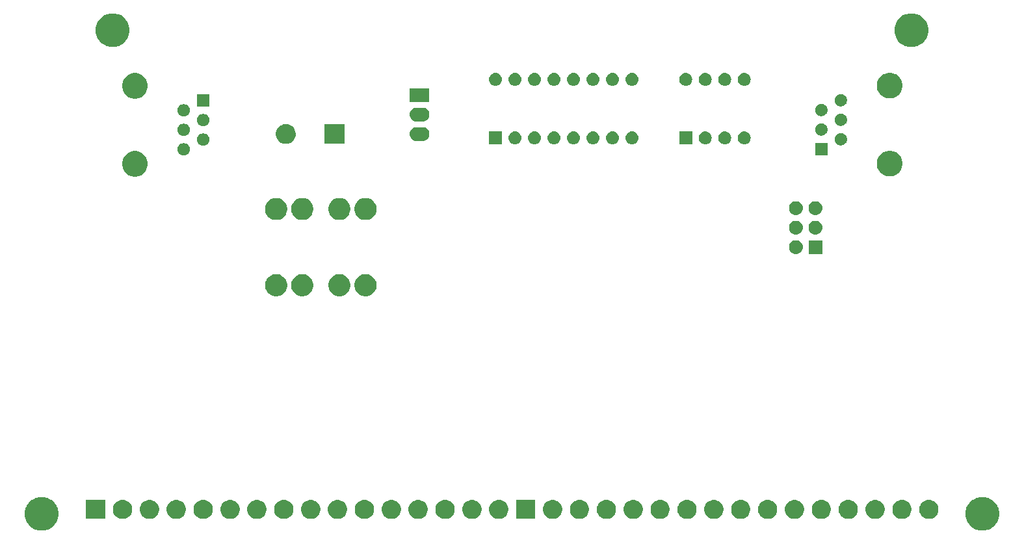
<source format=gbr>
G04 #@! TF.GenerationSoftware,KiCad,Pcbnew,(5.1.2)-2*
G04 #@! TF.CreationDate,2019-08-10T22:07:06-04:00*
G04 #@! TF.ProjectId,midi-solenoid-driver,6d696469-2d73-46f6-9c65-6e6f69642d64,rev?*
G04 #@! TF.SameCoordinates,Original*
G04 #@! TF.FileFunction,Soldermask,Bot*
G04 #@! TF.FilePolarity,Negative*
%FSLAX46Y46*%
G04 Gerber Fmt 4.6, Leading zero omitted, Abs format (unit mm)*
G04 Created by KiCad (PCBNEW (5.1.2)-2) date 2019-08-10 22:07:06*
%MOMM*%
%LPD*%
G04 APERTURE LIST*
%ADD10C,0.100000*%
G04 APERTURE END LIST*
D10*
G36*
X362526364Y-141682470D02*
G01*
X362738468Y-141724660D01*
X362903985Y-141793220D01*
X363138062Y-141890177D01*
X363138063Y-141890178D01*
X363497690Y-142130473D01*
X363803527Y-142436310D01*
X363803528Y-142436312D01*
X364043823Y-142795938D01*
X364083877Y-142892637D01*
X364183566Y-143133307D01*
X364209340Y-143195533D01*
X364293720Y-143619739D01*
X364293720Y-144052261D01*
X364209340Y-144476467D01*
X364043823Y-144876062D01*
X364043822Y-144876063D01*
X363803527Y-145235690D01*
X363497690Y-145541527D01*
X363316655Y-145662491D01*
X363138062Y-145781823D01*
X362903985Y-145878780D01*
X362738468Y-145947340D01*
X362526364Y-145989530D01*
X362314261Y-146031720D01*
X361881739Y-146031720D01*
X361669636Y-145989530D01*
X361457532Y-145947340D01*
X361292015Y-145878780D01*
X361057938Y-145781823D01*
X360879345Y-145662491D01*
X360698310Y-145541527D01*
X360392473Y-145235690D01*
X360152178Y-144876063D01*
X360152177Y-144876062D01*
X359986660Y-144476467D01*
X359902280Y-144052261D01*
X359902280Y-143619739D01*
X359986660Y-143195533D01*
X360012435Y-143133307D01*
X360112123Y-142892637D01*
X360152177Y-142795938D01*
X360392472Y-142436312D01*
X360392473Y-142436310D01*
X360698310Y-142130473D01*
X361057937Y-141890178D01*
X361057938Y-141890177D01*
X361292015Y-141793220D01*
X361457532Y-141724660D01*
X361669636Y-141682470D01*
X361881739Y-141640280D01*
X362314261Y-141640280D01*
X362526364Y-141682470D01*
X362526364Y-141682470D01*
G37*
G36*
X240026364Y-141682470D02*
G01*
X240238468Y-141724660D01*
X240403985Y-141793220D01*
X240638062Y-141890177D01*
X240638063Y-141890178D01*
X240997690Y-142130473D01*
X241303527Y-142436310D01*
X241303528Y-142436312D01*
X241543823Y-142795938D01*
X241583877Y-142892637D01*
X241683566Y-143133307D01*
X241709340Y-143195533D01*
X241793720Y-143619739D01*
X241793720Y-144052261D01*
X241709340Y-144476467D01*
X241543823Y-144876062D01*
X241543822Y-144876063D01*
X241303527Y-145235690D01*
X240997690Y-145541527D01*
X240816655Y-145662491D01*
X240638062Y-145781823D01*
X240403985Y-145878780D01*
X240238468Y-145947340D01*
X240026364Y-145989530D01*
X239814261Y-146031720D01*
X239381739Y-146031720D01*
X239169636Y-145989530D01*
X238957532Y-145947340D01*
X238792015Y-145878780D01*
X238557938Y-145781823D01*
X238379345Y-145662491D01*
X238198310Y-145541527D01*
X237892473Y-145235690D01*
X237652178Y-144876063D01*
X237652177Y-144876062D01*
X237486660Y-144476467D01*
X237402280Y-144052261D01*
X237402280Y-143619739D01*
X237486660Y-143195533D01*
X237512435Y-143133307D01*
X237612123Y-142892637D01*
X237652177Y-142795938D01*
X237892472Y-142436312D01*
X237892473Y-142436310D01*
X238198310Y-142130473D01*
X238557937Y-141890178D01*
X238557938Y-141890177D01*
X238792015Y-141793220D01*
X238957532Y-141724660D01*
X239169636Y-141682470D01*
X239381739Y-141640280D01*
X239814261Y-141640280D01*
X240026364Y-141682470D01*
X240026364Y-141682470D01*
G37*
G36*
X247879720Y-144501720D02*
G01*
X245388280Y-144501720D01*
X245388280Y-142010280D01*
X247879720Y-142010280D01*
X247879720Y-144501720D01*
X247879720Y-144501720D01*
G37*
G36*
X299377028Y-142034216D02*
G01*
X299497363Y-142058152D01*
X299724070Y-142152057D01*
X299928101Y-142288386D01*
X300101614Y-142461899D01*
X300237943Y-142665930D01*
X300331848Y-142892637D01*
X300379720Y-143133307D01*
X300379720Y-143378693D01*
X300331848Y-143619363D01*
X300237943Y-143846070D01*
X300101614Y-144050101D01*
X299928101Y-144223614D01*
X299724070Y-144359943D01*
X299497363Y-144453848D01*
X299383649Y-144476467D01*
X299256694Y-144501720D01*
X299011306Y-144501720D01*
X298884351Y-144476467D01*
X298770637Y-144453848D01*
X298543930Y-144359943D01*
X298339899Y-144223614D01*
X298166386Y-144050101D01*
X298030057Y-143846070D01*
X297936152Y-143619363D01*
X297888280Y-143378693D01*
X297888280Y-143133307D01*
X297936152Y-142892637D01*
X298030057Y-142665930D01*
X298166386Y-142461899D01*
X298339899Y-142288386D01*
X298543930Y-142152057D01*
X298770637Y-142058152D01*
X298890972Y-142034216D01*
X299011306Y-142010280D01*
X299256694Y-142010280D01*
X299377028Y-142034216D01*
X299377028Y-142034216D01*
G37*
G36*
X355377028Y-142034216D02*
G01*
X355497363Y-142058152D01*
X355724070Y-142152057D01*
X355928101Y-142288386D01*
X356101614Y-142461899D01*
X356237943Y-142665930D01*
X356331848Y-142892637D01*
X356379720Y-143133307D01*
X356379720Y-143378693D01*
X356331848Y-143619363D01*
X356237943Y-143846070D01*
X356101614Y-144050101D01*
X355928101Y-144223614D01*
X355724070Y-144359943D01*
X355497363Y-144453848D01*
X355383649Y-144476467D01*
X355256694Y-144501720D01*
X355011306Y-144501720D01*
X354884351Y-144476467D01*
X354770637Y-144453848D01*
X354543930Y-144359943D01*
X354339899Y-144223614D01*
X354166386Y-144050101D01*
X354030057Y-143846070D01*
X353936152Y-143619363D01*
X353888280Y-143378693D01*
X353888280Y-143133307D01*
X353936152Y-142892637D01*
X354030057Y-142665930D01*
X354166386Y-142461899D01*
X354339899Y-142288386D01*
X354543930Y-142152057D01*
X354770637Y-142058152D01*
X354890972Y-142034216D01*
X355011306Y-142010280D01*
X355256694Y-142010280D01*
X355377028Y-142034216D01*
X355377028Y-142034216D01*
G37*
G36*
X351877028Y-142034216D02*
G01*
X351997363Y-142058152D01*
X352224070Y-142152057D01*
X352428101Y-142288386D01*
X352601614Y-142461899D01*
X352737943Y-142665930D01*
X352831848Y-142892637D01*
X352879720Y-143133307D01*
X352879720Y-143378693D01*
X352831848Y-143619363D01*
X352737943Y-143846070D01*
X352601614Y-144050101D01*
X352428101Y-144223614D01*
X352224070Y-144359943D01*
X351997363Y-144453848D01*
X351883649Y-144476467D01*
X351756694Y-144501720D01*
X351511306Y-144501720D01*
X351384351Y-144476467D01*
X351270637Y-144453848D01*
X351043930Y-144359943D01*
X350839899Y-144223614D01*
X350666386Y-144050101D01*
X350530057Y-143846070D01*
X350436152Y-143619363D01*
X350388280Y-143378693D01*
X350388280Y-143133307D01*
X350436152Y-142892637D01*
X350530057Y-142665930D01*
X350666386Y-142461899D01*
X350839899Y-142288386D01*
X351043930Y-142152057D01*
X351270637Y-142058152D01*
X351390972Y-142034216D01*
X351511306Y-142010280D01*
X351756694Y-142010280D01*
X351877028Y-142034216D01*
X351877028Y-142034216D01*
G37*
G36*
X348377028Y-142034216D02*
G01*
X348497363Y-142058152D01*
X348724070Y-142152057D01*
X348928101Y-142288386D01*
X349101614Y-142461899D01*
X349237943Y-142665930D01*
X349331848Y-142892637D01*
X349379720Y-143133307D01*
X349379720Y-143378693D01*
X349331848Y-143619363D01*
X349237943Y-143846070D01*
X349101614Y-144050101D01*
X348928101Y-144223614D01*
X348724070Y-144359943D01*
X348497363Y-144453848D01*
X348383649Y-144476467D01*
X348256694Y-144501720D01*
X348011306Y-144501720D01*
X347884351Y-144476467D01*
X347770637Y-144453848D01*
X347543930Y-144359943D01*
X347339899Y-144223614D01*
X347166386Y-144050101D01*
X347030057Y-143846070D01*
X346936152Y-143619363D01*
X346888280Y-143378693D01*
X346888280Y-143133307D01*
X346936152Y-142892637D01*
X347030057Y-142665930D01*
X347166386Y-142461899D01*
X347339899Y-142288386D01*
X347543930Y-142152057D01*
X347770637Y-142058152D01*
X347890972Y-142034216D01*
X348011306Y-142010280D01*
X348256694Y-142010280D01*
X348377028Y-142034216D01*
X348377028Y-142034216D01*
G37*
G36*
X344877028Y-142034216D02*
G01*
X344997363Y-142058152D01*
X345224070Y-142152057D01*
X345428101Y-142288386D01*
X345601614Y-142461899D01*
X345737943Y-142665930D01*
X345831848Y-142892637D01*
X345879720Y-143133307D01*
X345879720Y-143378693D01*
X345831848Y-143619363D01*
X345737943Y-143846070D01*
X345601614Y-144050101D01*
X345428101Y-144223614D01*
X345224070Y-144359943D01*
X344997363Y-144453848D01*
X344883649Y-144476467D01*
X344756694Y-144501720D01*
X344511306Y-144501720D01*
X344384351Y-144476467D01*
X344270637Y-144453848D01*
X344043930Y-144359943D01*
X343839899Y-144223614D01*
X343666386Y-144050101D01*
X343530057Y-143846070D01*
X343436152Y-143619363D01*
X343388280Y-143378693D01*
X343388280Y-143133307D01*
X343436152Y-142892637D01*
X343530057Y-142665930D01*
X343666386Y-142461899D01*
X343839899Y-142288386D01*
X344043930Y-142152057D01*
X344270637Y-142058152D01*
X344390972Y-142034216D01*
X344511306Y-142010280D01*
X344756694Y-142010280D01*
X344877028Y-142034216D01*
X344877028Y-142034216D01*
G37*
G36*
X341377028Y-142034216D02*
G01*
X341497363Y-142058152D01*
X341724070Y-142152057D01*
X341928101Y-142288386D01*
X342101614Y-142461899D01*
X342237943Y-142665930D01*
X342331848Y-142892637D01*
X342379720Y-143133307D01*
X342379720Y-143378693D01*
X342331848Y-143619363D01*
X342237943Y-143846070D01*
X342101614Y-144050101D01*
X341928101Y-144223614D01*
X341724070Y-144359943D01*
X341497363Y-144453848D01*
X341383649Y-144476467D01*
X341256694Y-144501720D01*
X341011306Y-144501720D01*
X340884351Y-144476467D01*
X340770637Y-144453848D01*
X340543930Y-144359943D01*
X340339899Y-144223614D01*
X340166386Y-144050101D01*
X340030057Y-143846070D01*
X339936152Y-143619363D01*
X339888280Y-143378693D01*
X339888280Y-143133307D01*
X339936152Y-142892637D01*
X340030057Y-142665930D01*
X340166386Y-142461899D01*
X340339899Y-142288386D01*
X340543930Y-142152057D01*
X340770637Y-142058152D01*
X340890972Y-142034216D01*
X341011306Y-142010280D01*
X341256694Y-142010280D01*
X341377028Y-142034216D01*
X341377028Y-142034216D01*
G37*
G36*
X337877028Y-142034216D02*
G01*
X337997363Y-142058152D01*
X338224070Y-142152057D01*
X338428101Y-142288386D01*
X338601614Y-142461899D01*
X338737943Y-142665930D01*
X338831848Y-142892637D01*
X338879720Y-143133307D01*
X338879720Y-143378693D01*
X338831848Y-143619363D01*
X338737943Y-143846070D01*
X338601614Y-144050101D01*
X338428101Y-144223614D01*
X338224070Y-144359943D01*
X337997363Y-144453848D01*
X337883649Y-144476467D01*
X337756694Y-144501720D01*
X337511306Y-144501720D01*
X337384351Y-144476467D01*
X337270637Y-144453848D01*
X337043930Y-144359943D01*
X336839899Y-144223614D01*
X336666386Y-144050101D01*
X336530057Y-143846070D01*
X336436152Y-143619363D01*
X336388280Y-143378693D01*
X336388280Y-143133307D01*
X336436152Y-142892637D01*
X336530057Y-142665930D01*
X336666386Y-142461899D01*
X336839899Y-142288386D01*
X337043930Y-142152057D01*
X337270637Y-142058152D01*
X337390972Y-142034216D01*
X337511306Y-142010280D01*
X337756694Y-142010280D01*
X337877028Y-142034216D01*
X337877028Y-142034216D01*
G37*
G36*
X295877028Y-142034216D02*
G01*
X295997363Y-142058152D01*
X296224070Y-142152057D01*
X296428101Y-142288386D01*
X296601614Y-142461899D01*
X296737943Y-142665930D01*
X296831848Y-142892637D01*
X296879720Y-143133307D01*
X296879720Y-143378693D01*
X296831848Y-143619363D01*
X296737943Y-143846070D01*
X296601614Y-144050101D01*
X296428101Y-144223614D01*
X296224070Y-144359943D01*
X295997363Y-144453848D01*
X295883649Y-144476467D01*
X295756694Y-144501720D01*
X295511306Y-144501720D01*
X295384351Y-144476467D01*
X295270637Y-144453848D01*
X295043930Y-144359943D01*
X294839899Y-144223614D01*
X294666386Y-144050101D01*
X294530057Y-143846070D01*
X294436152Y-143619363D01*
X294388280Y-143378693D01*
X294388280Y-143133307D01*
X294436152Y-142892637D01*
X294530057Y-142665930D01*
X294666386Y-142461899D01*
X294839899Y-142288386D01*
X295043930Y-142152057D01*
X295270637Y-142058152D01*
X295390972Y-142034216D01*
X295511306Y-142010280D01*
X295756694Y-142010280D01*
X295877028Y-142034216D01*
X295877028Y-142034216D01*
G37*
G36*
X306377028Y-142034216D02*
G01*
X306497363Y-142058152D01*
X306724070Y-142152057D01*
X306928101Y-142288386D01*
X307101614Y-142461899D01*
X307237943Y-142665930D01*
X307331848Y-142892637D01*
X307379720Y-143133307D01*
X307379720Y-143378693D01*
X307331848Y-143619363D01*
X307237943Y-143846070D01*
X307101614Y-144050101D01*
X306928101Y-144223614D01*
X306724070Y-144359943D01*
X306497363Y-144453848D01*
X306383649Y-144476467D01*
X306256694Y-144501720D01*
X306011306Y-144501720D01*
X305884351Y-144476467D01*
X305770637Y-144453848D01*
X305543930Y-144359943D01*
X305339899Y-144223614D01*
X305166386Y-144050101D01*
X305030057Y-143846070D01*
X304936152Y-143619363D01*
X304888280Y-143378693D01*
X304888280Y-143133307D01*
X304936152Y-142892637D01*
X305030057Y-142665930D01*
X305166386Y-142461899D01*
X305339899Y-142288386D01*
X305543930Y-142152057D01*
X305770637Y-142058152D01*
X305890972Y-142034216D01*
X306011306Y-142010280D01*
X306256694Y-142010280D01*
X306377028Y-142034216D01*
X306377028Y-142034216D01*
G37*
G36*
X309877028Y-142034216D02*
G01*
X309997363Y-142058152D01*
X310224070Y-142152057D01*
X310428101Y-142288386D01*
X310601614Y-142461899D01*
X310737943Y-142665930D01*
X310831848Y-142892637D01*
X310879720Y-143133307D01*
X310879720Y-143378693D01*
X310831848Y-143619363D01*
X310737943Y-143846070D01*
X310601614Y-144050101D01*
X310428101Y-144223614D01*
X310224070Y-144359943D01*
X309997363Y-144453848D01*
X309883649Y-144476467D01*
X309756694Y-144501720D01*
X309511306Y-144501720D01*
X309384351Y-144476467D01*
X309270637Y-144453848D01*
X309043930Y-144359943D01*
X308839899Y-144223614D01*
X308666386Y-144050101D01*
X308530057Y-143846070D01*
X308436152Y-143619363D01*
X308388280Y-143378693D01*
X308388280Y-143133307D01*
X308436152Y-142892637D01*
X308530057Y-142665930D01*
X308666386Y-142461899D01*
X308839899Y-142288386D01*
X309043930Y-142152057D01*
X309270637Y-142058152D01*
X309390972Y-142034216D01*
X309511306Y-142010280D01*
X309756694Y-142010280D01*
X309877028Y-142034216D01*
X309877028Y-142034216D01*
G37*
G36*
X313377028Y-142034216D02*
G01*
X313497363Y-142058152D01*
X313724070Y-142152057D01*
X313928101Y-142288386D01*
X314101614Y-142461899D01*
X314237943Y-142665930D01*
X314331848Y-142892637D01*
X314379720Y-143133307D01*
X314379720Y-143378693D01*
X314331848Y-143619363D01*
X314237943Y-143846070D01*
X314101614Y-144050101D01*
X313928101Y-144223614D01*
X313724070Y-144359943D01*
X313497363Y-144453848D01*
X313383649Y-144476467D01*
X313256694Y-144501720D01*
X313011306Y-144501720D01*
X312884351Y-144476467D01*
X312770637Y-144453848D01*
X312543930Y-144359943D01*
X312339899Y-144223614D01*
X312166386Y-144050101D01*
X312030057Y-143846070D01*
X311936152Y-143619363D01*
X311888280Y-143378693D01*
X311888280Y-143133307D01*
X311936152Y-142892637D01*
X312030057Y-142665930D01*
X312166386Y-142461899D01*
X312339899Y-142288386D01*
X312543930Y-142152057D01*
X312770637Y-142058152D01*
X312890972Y-142034216D01*
X313011306Y-142010280D01*
X313256694Y-142010280D01*
X313377028Y-142034216D01*
X313377028Y-142034216D01*
G37*
G36*
X316877028Y-142034216D02*
G01*
X316997363Y-142058152D01*
X317224070Y-142152057D01*
X317428101Y-142288386D01*
X317601614Y-142461899D01*
X317737943Y-142665930D01*
X317831848Y-142892637D01*
X317879720Y-143133307D01*
X317879720Y-143378693D01*
X317831848Y-143619363D01*
X317737943Y-143846070D01*
X317601614Y-144050101D01*
X317428101Y-144223614D01*
X317224070Y-144359943D01*
X316997363Y-144453848D01*
X316883649Y-144476467D01*
X316756694Y-144501720D01*
X316511306Y-144501720D01*
X316384351Y-144476467D01*
X316270637Y-144453848D01*
X316043930Y-144359943D01*
X315839899Y-144223614D01*
X315666386Y-144050101D01*
X315530057Y-143846070D01*
X315436152Y-143619363D01*
X315388280Y-143378693D01*
X315388280Y-143133307D01*
X315436152Y-142892637D01*
X315530057Y-142665930D01*
X315666386Y-142461899D01*
X315839899Y-142288386D01*
X316043930Y-142152057D01*
X316270637Y-142058152D01*
X316390972Y-142034216D01*
X316511306Y-142010280D01*
X316756694Y-142010280D01*
X316877028Y-142034216D01*
X316877028Y-142034216D01*
G37*
G36*
X320377028Y-142034216D02*
G01*
X320497363Y-142058152D01*
X320724070Y-142152057D01*
X320928101Y-142288386D01*
X321101614Y-142461899D01*
X321237943Y-142665930D01*
X321331848Y-142892637D01*
X321379720Y-143133307D01*
X321379720Y-143378693D01*
X321331848Y-143619363D01*
X321237943Y-143846070D01*
X321101614Y-144050101D01*
X320928101Y-144223614D01*
X320724070Y-144359943D01*
X320497363Y-144453848D01*
X320383649Y-144476467D01*
X320256694Y-144501720D01*
X320011306Y-144501720D01*
X319884351Y-144476467D01*
X319770637Y-144453848D01*
X319543930Y-144359943D01*
X319339899Y-144223614D01*
X319166386Y-144050101D01*
X319030057Y-143846070D01*
X318936152Y-143619363D01*
X318888280Y-143378693D01*
X318888280Y-143133307D01*
X318936152Y-142892637D01*
X319030057Y-142665930D01*
X319166386Y-142461899D01*
X319339899Y-142288386D01*
X319543930Y-142152057D01*
X319770637Y-142058152D01*
X319890972Y-142034216D01*
X320011306Y-142010280D01*
X320256694Y-142010280D01*
X320377028Y-142034216D01*
X320377028Y-142034216D01*
G37*
G36*
X323877028Y-142034216D02*
G01*
X323997363Y-142058152D01*
X324224070Y-142152057D01*
X324428101Y-142288386D01*
X324601614Y-142461899D01*
X324737943Y-142665930D01*
X324831848Y-142892637D01*
X324879720Y-143133307D01*
X324879720Y-143378693D01*
X324831848Y-143619363D01*
X324737943Y-143846070D01*
X324601614Y-144050101D01*
X324428101Y-144223614D01*
X324224070Y-144359943D01*
X323997363Y-144453848D01*
X323883649Y-144476467D01*
X323756694Y-144501720D01*
X323511306Y-144501720D01*
X323384351Y-144476467D01*
X323270637Y-144453848D01*
X323043930Y-144359943D01*
X322839899Y-144223614D01*
X322666386Y-144050101D01*
X322530057Y-143846070D01*
X322436152Y-143619363D01*
X322388280Y-143378693D01*
X322388280Y-143133307D01*
X322436152Y-142892637D01*
X322530057Y-142665930D01*
X322666386Y-142461899D01*
X322839899Y-142288386D01*
X323043930Y-142152057D01*
X323270637Y-142058152D01*
X323390972Y-142034216D01*
X323511306Y-142010280D01*
X323756694Y-142010280D01*
X323877028Y-142034216D01*
X323877028Y-142034216D01*
G37*
G36*
X327377028Y-142034216D02*
G01*
X327497363Y-142058152D01*
X327724070Y-142152057D01*
X327928101Y-142288386D01*
X328101614Y-142461899D01*
X328237943Y-142665930D01*
X328331848Y-142892637D01*
X328379720Y-143133307D01*
X328379720Y-143378693D01*
X328331848Y-143619363D01*
X328237943Y-143846070D01*
X328101614Y-144050101D01*
X327928101Y-144223614D01*
X327724070Y-144359943D01*
X327497363Y-144453848D01*
X327383649Y-144476467D01*
X327256694Y-144501720D01*
X327011306Y-144501720D01*
X326884351Y-144476467D01*
X326770637Y-144453848D01*
X326543930Y-144359943D01*
X326339899Y-144223614D01*
X326166386Y-144050101D01*
X326030057Y-143846070D01*
X325936152Y-143619363D01*
X325888280Y-143378693D01*
X325888280Y-143133307D01*
X325936152Y-142892637D01*
X326030057Y-142665930D01*
X326166386Y-142461899D01*
X326339899Y-142288386D01*
X326543930Y-142152057D01*
X326770637Y-142058152D01*
X326890972Y-142034216D01*
X327011306Y-142010280D01*
X327256694Y-142010280D01*
X327377028Y-142034216D01*
X327377028Y-142034216D01*
G37*
G36*
X303879720Y-144501720D02*
G01*
X301388280Y-144501720D01*
X301388280Y-142010280D01*
X303879720Y-142010280D01*
X303879720Y-144501720D01*
X303879720Y-144501720D01*
G37*
G36*
X292377028Y-142034216D02*
G01*
X292497363Y-142058152D01*
X292724070Y-142152057D01*
X292928101Y-142288386D01*
X293101614Y-142461899D01*
X293237943Y-142665930D01*
X293331848Y-142892637D01*
X293379720Y-143133307D01*
X293379720Y-143378693D01*
X293331848Y-143619363D01*
X293237943Y-143846070D01*
X293101614Y-144050101D01*
X292928101Y-144223614D01*
X292724070Y-144359943D01*
X292497363Y-144453848D01*
X292383649Y-144476467D01*
X292256694Y-144501720D01*
X292011306Y-144501720D01*
X291884351Y-144476467D01*
X291770637Y-144453848D01*
X291543930Y-144359943D01*
X291339899Y-144223614D01*
X291166386Y-144050101D01*
X291030057Y-143846070D01*
X290936152Y-143619363D01*
X290888280Y-143378693D01*
X290888280Y-143133307D01*
X290936152Y-142892637D01*
X291030057Y-142665930D01*
X291166386Y-142461899D01*
X291339899Y-142288386D01*
X291543930Y-142152057D01*
X291770637Y-142058152D01*
X291890972Y-142034216D01*
X292011306Y-142010280D01*
X292256694Y-142010280D01*
X292377028Y-142034216D01*
X292377028Y-142034216D01*
G37*
G36*
X288877028Y-142034216D02*
G01*
X288997363Y-142058152D01*
X289224070Y-142152057D01*
X289428101Y-142288386D01*
X289601614Y-142461899D01*
X289737943Y-142665930D01*
X289831848Y-142892637D01*
X289879720Y-143133307D01*
X289879720Y-143378693D01*
X289831848Y-143619363D01*
X289737943Y-143846070D01*
X289601614Y-144050101D01*
X289428101Y-144223614D01*
X289224070Y-144359943D01*
X288997363Y-144453848D01*
X288883649Y-144476467D01*
X288756694Y-144501720D01*
X288511306Y-144501720D01*
X288384351Y-144476467D01*
X288270637Y-144453848D01*
X288043930Y-144359943D01*
X287839899Y-144223614D01*
X287666386Y-144050101D01*
X287530057Y-143846070D01*
X287436152Y-143619363D01*
X287388280Y-143378693D01*
X287388280Y-143133307D01*
X287436152Y-142892637D01*
X287530057Y-142665930D01*
X287666386Y-142461899D01*
X287839899Y-142288386D01*
X288043930Y-142152057D01*
X288270637Y-142058152D01*
X288390972Y-142034216D01*
X288511306Y-142010280D01*
X288756694Y-142010280D01*
X288877028Y-142034216D01*
X288877028Y-142034216D01*
G37*
G36*
X285377028Y-142034216D02*
G01*
X285497363Y-142058152D01*
X285724070Y-142152057D01*
X285928101Y-142288386D01*
X286101614Y-142461899D01*
X286237943Y-142665930D01*
X286331848Y-142892637D01*
X286379720Y-143133307D01*
X286379720Y-143378693D01*
X286331848Y-143619363D01*
X286237943Y-143846070D01*
X286101614Y-144050101D01*
X285928101Y-144223614D01*
X285724070Y-144359943D01*
X285497363Y-144453848D01*
X285383649Y-144476467D01*
X285256694Y-144501720D01*
X285011306Y-144501720D01*
X284884351Y-144476467D01*
X284770637Y-144453848D01*
X284543930Y-144359943D01*
X284339899Y-144223614D01*
X284166386Y-144050101D01*
X284030057Y-143846070D01*
X283936152Y-143619363D01*
X283888280Y-143378693D01*
X283888280Y-143133307D01*
X283936152Y-142892637D01*
X284030057Y-142665930D01*
X284166386Y-142461899D01*
X284339899Y-142288386D01*
X284543930Y-142152057D01*
X284770637Y-142058152D01*
X284890972Y-142034216D01*
X285011306Y-142010280D01*
X285256694Y-142010280D01*
X285377028Y-142034216D01*
X285377028Y-142034216D01*
G37*
G36*
X281877028Y-142034216D02*
G01*
X281997363Y-142058152D01*
X282224070Y-142152057D01*
X282428101Y-142288386D01*
X282601614Y-142461899D01*
X282737943Y-142665930D01*
X282831848Y-142892637D01*
X282879720Y-143133307D01*
X282879720Y-143378693D01*
X282831848Y-143619363D01*
X282737943Y-143846070D01*
X282601614Y-144050101D01*
X282428101Y-144223614D01*
X282224070Y-144359943D01*
X281997363Y-144453848D01*
X281883649Y-144476467D01*
X281756694Y-144501720D01*
X281511306Y-144501720D01*
X281384351Y-144476467D01*
X281270637Y-144453848D01*
X281043930Y-144359943D01*
X280839899Y-144223614D01*
X280666386Y-144050101D01*
X280530057Y-143846070D01*
X280436152Y-143619363D01*
X280388280Y-143378693D01*
X280388280Y-143133307D01*
X280436152Y-142892637D01*
X280530057Y-142665930D01*
X280666386Y-142461899D01*
X280839899Y-142288386D01*
X281043930Y-142152057D01*
X281270637Y-142058152D01*
X281390972Y-142034216D01*
X281511306Y-142010280D01*
X281756694Y-142010280D01*
X281877028Y-142034216D01*
X281877028Y-142034216D01*
G37*
G36*
X278377028Y-142034216D02*
G01*
X278497363Y-142058152D01*
X278724070Y-142152057D01*
X278928101Y-142288386D01*
X279101614Y-142461899D01*
X279237943Y-142665930D01*
X279331848Y-142892637D01*
X279379720Y-143133307D01*
X279379720Y-143378693D01*
X279331848Y-143619363D01*
X279237943Y-143846070D01*
X279101614Y-144050101D01*
X278928101Y-144223614D01*
X278724070Y-144359943D01*
X278497363Y-144453848D01*
X278383649Y-144476467D01*
X278256694Y-144501720D01*
X278011306Y-144501720D01*
X277884351Y-144476467D01*
X277770637Y-144453848D01*
X277543930Y-144359943D01*
X277339899Y-144223614D01*
X277166386Y-144050101D01*
X277030057Y-143846070D01*
X276936152Y-143619363D01*
X276888280Y-143378693D01*
X276888280Y-143133307D01*
X276936152Y-142892637D01*
X277030057Y-142665930D01*
X277166386Y-142461899D01*
X277339899Y-142288386D01*
X277543930Y-142152057D01*
X277770637Y-142058152D01*
X277890972Y-142034216D01*
X278011306Y-142010280D01*
X278256694Y-142010280D01*
X278377028Y-142034216D01*
X278377028Y-142034216D01*
G37*
G36*
X274877028Y-142034216D02*
G01*
X274997363Y-142058152D01*
X275224070Y-142152057D01*
X275428101Y-142288386D01*
X275601614Y-142461899D01*
X275737943Y-142665930D01*
X275831848Y-142892637D01*
X275879720Y-143133307D01*
X275879720Y-143378693D01*
X275831848Y-143619363D01*
X275737943Y-143846070D01*
X275601614Y-144050101D01*
X275428101Y-144223614D01*
X275224070Y-144359943D01*
X274997363Y-144453848D01*
X274883649Y-144476467D01*
X274756694Y-144501720D01*
X274511306Y-144501720D01*
X274384351Y-144476467D01*
X274270637Y-144453848D01*
X274043930Y-144359943D01*
X273839899Y-144223614D01*
X273666386Y-144050101D01*
X273530057Y-143846070D01*
X273436152Y-143619363D01*
X273388280Y-143378693D01*
X273388280Y-143133307D01*
X273436152Y-142892637D01*
X273530057Y-142665930D01*
X273666386Y-142461899D01*
X273839899Y-142288386D01*
X274043930Y-142152057D01*
X274270637Y-142058152D01*
X274390972Y-142034216D01*
X274511306Y-142010280D01*
X274756694Y-142010280D01*
X274877028Y-142034216D01*
X274877028Y-142034216D01*
G37*
G36*
X271377028Y-142034216D02*
G01*
X271497363Y-142058152D01*
X271724070Y-142152057D01*
X271928101Y-142288386D01*
X272101614Y-142461899D01*
X272237943Y-142665930D01*
X272331848Y-142892637D01*
X272379720Y-143133307D01*
X272379720Y-143378693D01*
X272331848Y-143619363D01*
X272237943Y-143846070D01*
X272101614Y-144050101D01*
X271928101Y-144223614D01*
X271724070Y-144359943D01*
X271497363Y-144453848D01*
X271383649Y-144476467D01*
X271256694Y-144501720D01*
X271011306Y-144501720D01*
X270884351Y-144476467D01*
X270770637Y-144453848D01*
X270543930Y-144359943D01*
X270339899Y-144223614D01*
X270166386Y-144050101D01*
X270030057Y-143846070D01*
X269936152Y-143619363D01*
X269888280Y-143378693D01*
X269888280Y-143133307D01*
X269936152Y-142892637D01*
X270030057Y-142665930D01*
X270166386Y-142461899D01*
X270339899Y-142288386D01*
X270543930Y-142152057D01*
X270770637Y-142058152D01*
X270890972Y-142034216D01*
X271011306Y-142010280D01*
X271256694Y-142010280D01*
X271377028Y-142034216D01*
X271377028Y-142034216D01*
G37*
G36*
X264377028Y-142034216D02*
G01*
X264497363Y-142058152D01*
X264724070Y-142152057D01*
X264928101Y-142288386D01*
X265101614Y-142461899D01*
X265237943Y-142665930D01*
X265331848Y-142892637D01*
X265379720Y-143133307D01*
X265379720Y-143378693D01*
X265331848Y-143619363D01*
X265237943Y-143846070D01*
X265101614Y-144050101D01*
X264928101Y-144223614D01*
X264724070Y-144359943D01*
X264497363Y-144453848D01*
X264383649Y-144476467D01*
X264256694Y-144501720D01*
X264011306Y-144501720D01*
X263884351Y-144476467D01*
X263770637Y-144453848D01*
X263543930Y-144359943D01*
X263339899Y-144223614D01*
X263166386Y-144050101D01*
X263030057Y-143846070D01*
X262936152Y-143619363D01*
X262888280Y-143378693D01*
X262888280Y-143133307D01*
X262936152Y-142892637D01*
X263030057Y-142665930D01*
X263166386Y-142461899D01*
X263339899Y-142288386D01*
X263543930Y-142152057D01*
X263770637Y-142058152D01*
X263890972Y-142034216D01*
X264011306Y-142010280D01*
X264256694Y-142010280D01*
X264377028Y-142034216D01*
X264377028Y-142034216D01*
G37*
G36*
X260877028Y-142034216D02*
G01*
X260997363Y-142058152D01*
X261224070Y-142152057D01*
X261428101Y-142288386D01*
X261601614Y-142461899D01*
X261737943Y-142665930D01*
X261831848Y-142892637D01*
X261879720Y-143133307D01*
X261879720Y-143378693D01*
X261831848Y-143619363D01*
X261737943Y-143846070D01*
X261601614Y-144050101D01*
X261428101Y-144223614D01*
X261224070Y-144359943D01*
X260997363Y-144453848D01*
X260883649Y-144476467D01*
X260756694Y-144501720D01*
X260511306Y-144501720D01*
X260384351Y-144476467D01*
X260270637Y-144453848D01*
X260043930Y-144359943D01*
X259839899Y-144223614D01*
X259666386Y-144050101D01*
X259530057Y-143846070D01*
X259436152Y-143619363D01*
X259388280Y-143378693D01*
X259388280Y-143133307D01*
X259436152Y-142892637D01*
X259530057Y-142665930D01*
X259666386Y-142461899D01*
X259839899Y-142288386D01*
X260043930Y-142152057D01*
X260270637Y-142058152D01*
X260390972Y-142034216D01*
X260511306Y-142010280D01*
X260756694Y-142010280D01*
X260877028Y-142034216D01*
X260877028Y-142034216D01*
G37*
G36*
X257377028Y-142034216D02*
G01*
X257497363Y-142058152D01*
X257724070Y-142152057D01*
X257928101Y-142288386D01*
X258101614Y-142461899D01*
X258237943Y-142665930D01*
X258331848Y-142892637D01*
X258379720Y-143133307D01*
X258379720Y-143378693D01*
X258331848Y-143619363D01*
X258237943Y-143846070D01*
X258101614Y-144050101D01*
X257928101Y-144223614D01*
X257724070Y-144359943D01*
X257497363Y-144453848D01*
X257383649Y-144476467D01*
X257256694Y-144501720D01*
X257011306Y-144501720D01*
X256884351Y-144476467D01*
X256770637Y-144453848D01*
X256543930Y-144359943D01*
X256339899Y-144223614D01*
X256166386Y-144050101D01*
X256030057Y-143846070D01*
X255936152Y-143619363D01*
X255888280Y-143378693D01*
X255888280Y-143133307D01*
X255936152Y-142892637D01*
X256030057Y-142665930D01*
X256166386Y-142461899D01*
X256339899Y-142288386D01*
X256543930Y-142152057D01*
X256770637Y-142058152D01*
X256890972Y-142034216D01*
X257011306Y-142010280D01*
X257256694Y-142010280D01*
X257377028Y-142034216D01*
X257377028Y-142034216D01*
G37*
G36*
X253877028Y-142034216D02*
G01*
X253997363Y-142058152D01*
X254224070Y-142152057D01*
X254428101Y-142288386D01*
X254601614Y-142461899D01*
X254737943Y-142665930D01*
X254831848Y-142892637D01*
X254879720Y-143133307D01*
X254879720Y-143378693D01*
X254831848Y-143619363D01*
X254737943Y-143846070D01*
X254601614Y-144050101D01*
X254428101Y-144223614D01*
X254224070Y-144359943D01*
X253997363Y-144453848D01*
X253883649Y-144476467D01*
X253756694Y-144501720D01*
X253511306Y-144501720D01*
X253384351Y-144476467D01*
X253270637Y-144453848D01*
X253043930Y-144359943D01*
X252839899Y-144223614D01*
X252666386Y-144050101D01*
X252530057Y-143846070D01*
X252436152Y-143619363D01*
X252388280Y-143378693D01*
X252388280Y-143133307D01*
X252436152Y-142892637D01*
X252530057Y-142665930D01*
X252666386Y-142461899D01*
X252839899Y-142288386D01*
X253043930Y-142152057D01*
X253270637Y-142058152D01*
X253390972Y-142034216D01*
X253511306Y-142010280D01*
X253756694Y-142010280D01*
X253877028Y-142034216D01*
X253877028Y-142034216D01*
G37*
G36*
X250377028Y-142034216D02*
G01*
X250497363Y-142058152D01*
X250724070Y-142152057D01*
X250928101Y-142288386D01*
X251101614Y-142461899D01*
X251237943Y-142665930D01*
X251331848Y-142892637D01*
X251379720Y-143133307D01*
X251379720Y-143378693D01*
X251331848Y-143619363D01*
X251237943Y-143846070D01*
X251101614Y-144050101D01*
X250928101Y-144223614D01*
X250724070Y-144359943D01*
X250497363Y-144453848D01*
X250383649Y-144476467D01*
X250256694Y-144501720D01*
X250011306Y-144501720D01*
X249884351Y-144476467D01*
X249770637Y-144453848D01*
X249543930Y-144359943D01*
X249339899Y-144223614D01*
X249166386Y-144050101D01*
X249030057Y-143846070D01*
X248936152Y-143619363D01*
X248888280Y-143378693D01*
X248888280Y-143133307D01*
X248936152Y-142892637D01*
X249030057Y-142665930D01*
X249166386Y-142461899D01*
X249339899Y-142288386D01*
X249543930Y-142152057D01*
X249770637Y-142058152D01*
X249890972Y-142034216D01*
X250011306Y-142010280D01*
X250256694Y-142010280D01*
X250377028Y-142034216D01*
X250377028Y-142034216D01*
G37*
G36*
X334377028Y-142034216D02*
G01*
X334497363Y-142058152D01*
X334724070Y-142152057D01*
X334928101Y-142288386D01*
X335101614Y-142461899D01*
X335237943Y-142665930D01*
X335331848Y-142892637D01*
X335379720Y-143133307D01*
X335379720Y-143378693D01*
X335331848Y-143619363D01*
X335237943Y-143846070D01*
X335101614Y-144050101D01*
X334928101Y-144223614D01*
X334724070Y-144359943D01*
X334497363Y-144453848D01*
X334383649Y-144476467D01*
X334256694Y-144501720D01*
X334011306Y-144501720D01*
X333884351Y-144476467D01*
X333770637Y-144453848D01*
X333543930Y-144359943D01*
X333339899Y-144223614D01*
X333166386Y-144050101D01*
X333030057Y-143846070D01*
X332936152Y-143619363D01*
X332888280Y-143378693D01*
X332888280Y-143133307D01*
X332936152Y-142892637D01*
X333030057Y-142665930D01*
X333166386Y-142461899D01*
X333339899Y-142288386D01*
X333543930Y-142152057D01*
X333770637Y-142058152D01*
X333890972Y-142034216D01*
X334011306Y-142010280D01*
X334256694Y-142010280D01*
X334377028Y-142034216D01*
X334377028Y-142034216D01*
G37*
G36*
X330877028Y-142034216D02*
G01*
X330997363Y-142058152D01*
X331224070Y-142152057D01*
X331428101Y-142288386D01*
X331601614Y-142461899D01*
X331737943Y-142665930D01*
X331831848Y-142892637D01*
X331879720Y-143133307D01*
X331879720Y-143378693D01*
X331831848Y-143619363D01*
X331737943Y-143846070D01*
X331601614Y-144050101D01*
X331428101Y-144223614D01*
X331224070Y-144359943D01*
X330997363Y-144453848D01*
X330883649Y-144476467D01*
X330756694Y-144501720D01*
X330511306Y-144501720D01*
X330384351Y-144476467D01*
X330270637Y-144453848D01*
X330043930Y-144359943D01*
X329839899Y-144223614D01*
X329666386Y-144050101D01*
X329530057Y-143846070D01*
X329436152Y-143619363D01*
X329388280Y-143378693D01*
X329388280Y-143133307D01*
X329436152Y-142892637D01*
X329530057Y-142665930D01*
X329666386Y-142461899D01*
X329839899Y-142288386D01*
X330043930Y-142152057D01*
X330270637Y-142058152D01*
X330390972Y-142034216D01*
X330511306Y-142010280D01*
X330756694Y-142010280D01*
X330877028Y-142034216D01*
X330877028Y-142034216D01*
G37*
G36*
X267877028Y-142034216D02*
G01*
X267997363Y-142058152D01*
X268224070Y-142152057D01*
X268428101Y-142288386D01*
X268601614Y-142461899D01*
X268737943Y-142665930D01*
X268831848Y-142892637D01*
X268879720Y-143133307D01*
X268879720Y-143378693D01*
X268831848Y-143619363D01*
X268737943Y-143846070D01*
X268601614Y-144050101D01*
X268428101Y-144223614D01*
X268224070Y-144359943D01*
X267997363Y-144453848D01*
X267883649Y-144476467D01*
X267756694Y-144501720D01*
X267511306Y-144501720D01*
X267384351Y-144476467D01*
X267270637Y-144453848D01*
X267043930Y-144359943D01*
X266839899Y-144223614D01*
X266666386Y-144050101D01*
X266530057Y-143846070D01*
X266436152Y-143619363D01*
X266388280Y-143378693D01*
X266388280Y-143133307D01*
X266436152Y-142892637D01*
X266530057Y-142665930D01*
X266666386Y-142461899D01*
X266839899Y-142288386D01*
X267043930Y-142152057D01*
X267270637Y-142058152D01*
X267390972Y-142034216D01*
X267511306Y-142010280D01*
X267756694Y-142010280D01*
X267877028Y-142034216D01*
X267877028Y-142034216D01*
G37*
G36*
X278802784Y-112665453D02*
G01*
X279064067Y-112773680D01*
X279064069Y-112773681D01*
X279299218Y-112930803D01*
X279499197Y-113130782D01*
X279656320Y-113365933D01*
X279764547Y-113627216D01*
X279819720Y-113904593D01*
X279819720Y-114187407D01*
X279764547Y-114464784D01*
X279656320Y-114726067D01*
X279656319Y-114726069D01*
X279499197Y-114961218D01*
X279299218Y-115161197D01*
X279064069Y-115318319D01*
X279064068Y-115318320D01*
X279064067Y-115318320D01*
X278802784Y-115426547D01*
X278525407Y-115481720D01*
X278242593Y-115481720D01*
X277965216Y-115426547D01*
X277703933Y-115318320D01*
X277703932Y-115318320D01*
X277703931Y-115318319D01*
X277468782Y-115161197D01*
X277268803Y-114961218D01*
X277111681Y-114726069D01*
X277111680Y-114726067D01*
X277003453Y-114464784D01*
X276948280Y-114187407D01*
X276948280Y-113904593D01*
X277003453Y-113627216D01*
X277111680Y-113365933D01*
X277268803Y-113130782D01*
X277468782Y-112930803D01*
X277703931Y-112773681D01*
X277703933Y-112773680D01*
X277965216Y-112665453D01*
X278242593Y-112610280D01*
X278525407Y-112610280D01*
X278802784Y-112665453D01*
X278802784Y-112665453D01*
G37*
G36*
X282202784Y-112665453D02*
G01*
X282464067Y-112773680D01*
X282464069Y-112773681D01*
X282699218Y-112930803D01*
X282899197Y-113130782D01*
X283056320Y-113365933D01*
X283164547Y-113627216D01*
X283219720Y-113904593D01*
X283219720Y-114187407D01*
X283164547Y-114464784D01*
X283056320Y-114726067D01*
X283056319Y-114726069D01*
X282899197Y-114961218D01*
X282699218Y-115161197D01*
X282464069Y-115318319D01*
X282464068Y-115318320D01*
X282464067Y-115318320D01*
X282202784Y-115426547D01*
X281925407Y-115481720D01*
X281642593Y-115481720D01*
X281365216Y-115426547D01*
X281103933Y-115318320D01*
X281103932Y-115318320D01*
X281103931Y-115318319D01*
X280868782Y-115161197D01*
X280668803Y-114961218D01*
X280511681Y-114726069D01*
X280511680Y-114726067D01*
X280403453Y-114464784D01*
X280348280Y-114187407D01*
X280348280Y-113904593D01*
X280403453Y-113627216D01*
X280511680Y-113365933D01*
X280668803Y-113130782D01*
X280868782Y-112930803D01*
X281103931Y-112773681D01*
X281103933Y-112773680D01*
X281365216Y-112665453D01*
X281642593Y-112610280D01*
X281925407Y-112610280D01*
X282202784Y-112665453D01*
X282202784Y-112665453D01*
G37*
G36*
X273947784Y-112665453D02*
G01*
X274209067Y-112773680D01*
X274209069Y-112773681D01*
X274444218Y-112930803D01*
X274644197Y-113130782D01*
X274801320Y-113365933D01*
X274909547Y-113627216D01*
X274964720Y-113904593D01*
X274964720Y-114187407D01*
X274909547Y-114464784D01*
X274801320Y-114726067D01*
X274801319Y-114726069D01*
X274644197Y-114961218D01*
X274444218Y-115161197D01*
X274209069Y-115318319D01*
X274209068Y-115318320D01*
X274209067Y-115318320D01*
X273947784Y-115426547D01*
X273670407Y-115481720D01*
X273387593Y-115481720D01*
X273110216Y-115426547D01*
X272848933Y-115318320D01*
X272848932Y-115318320D01*
X272848931Y-115318319D01*
X272613782Y-115161197D01*
X272413803Y-114961218D01*
X272256681Y-114726069D01*
X272256680Y-114726067D01*
X272148453Y-114464784D01*
X272093280Y-114187407D01*
X272093280Y-113904593D01*
X272148453Y-113627216D01*
X272256680Y-113365933D01*
X272413803Y-113130782D01*
X272613782Y-112930803D01*
X272848931Y-112773681D01*
X272848933Y-112773680D01*
X273110216Y-112665453D01*
X273387593Y-112610280D01*
X273670407Y-112610280D01*
X273947784Y-112665453D01*
X273947784Y-112665453D01*
G37*
G36*
X270547784Y-112665453D02*
G01*
X270809067Y-112773680D01*
X270809069Y-112773681D01*
X271044218Y-112930803D01*
X271244197Y-113130782D01*
X271401320Y-113365933D01*
X271509547Y-113627216D01*
X271564720Y-113904593D01*
X271564720Y-114187407D01*
X271509547Y-114464784D01*
X271401320Y-114726067D01*
X271401319Y-114726069D01*
X271244197Y-114961218D01*
X271044218Y-115161197D01*
X270809069Y-115318319D01*
X270809068Y-115318320D01*
X270809067Y-115318320D01*
X270547784Y-115426547D01*
X270270407Y-115481720D01*
X269987593Y-115481720D01*
X269710216Y-115426547D01*
X269448933Y-115318320D01*
X269448932Y-115318320D01*
X269448931Y-115318319D01*
X269213782Y-115161197D01*
X269013803Y-114961218D01*
X268856681Y-114726069D01*
X268856680Y-114726067D01*
X268748453Y-114464784D01*
X268693280Y-114187407D01*
X268693280Y-113904593D01*
X268748453Y-113627216D01*
X268856680Y-113365933D01*
X269013803Y-113130782D01*
X269213782Y-112930803D01*
X269448931Y-112773681D01*
X269448933Y-112773680D01*
X269710216Y-112665453D01*
X269987593Y-112610280D01*
X270270407Y-112610280D01*
X270547784Y-112665453D01*
X270547784Y-112665453D01*
G37*
G36*
X337995592Y-108210240D02*
G01*
X338164436Y-108261459D01*
X338320043Y-108344632D01*
X338456434Y-108456566D01*
X338568368Y-108592957D01*
X338651541Y-108748564D01*
X338702760Y-108917408D01*
X338720054Y-109093000D01*
X338702760Y-109268592D01*
X338651541Y-109437436D01*
X338568368Y-109593043D01*
X338456434Y-109729434D01*
X338320043Y-109841368D01*
X338164436Y-109924541D01*
X337995592Y-109975760D01*
X337864005Y-109988720D01*
X337775995Y-109988720D01*
X337644408Y-109975760D01*
X337475564Y-109924541D01*
X337319957Y-109841368D01*
X337183566Y-109729434D01*
X337071632Y-109593043D01*
X336988459Y-109437436D01*
X336937240Y-109268592D01*
X336919946Y-109093000D01*
X336937240Y-108917408D01*
X336988459Y-108748564D01*
X337071632Y-108592957D01*
X337183566Y-108456566D01*
X337319957Y-108344632D01*
X337475564Y-108261459D01*
X337644408Y-108210240D01*
X337775995Y-108197280D01*
X337864005Y-108197280D01*
X337995592Y-108210240D01*
X337995592Y-108210240D01*
G37*
G36*
X341255720Y-109988720D02*
G01*
X339464280Y-109988720D01*
X339464280Y-108197280D01*
X341255720Y-108197280D01*
X341255720Y-109988720D01*
X341255720Y-109988720D01*
G37*
G36*
X340535592Y-105670240D02*
G01*
X340704436Y-105721459D01*
X340860043Y-105804632D01*
X340996434Y-105916566D01*
X341108368Y-106052957D01*
X341191541Y-106208564D01*
X341242760Y-106377408D01*
X341260054Y-106553000D01*
X341242760Y-106728592D01*
X341191541Y-106897436D01*
X341108368Y-107053043D01*
X340996434Y-107189434D01*
X340860043Y-107301368D01*
X340704436Y-107384541D01*
X340535592Y-107435760D01*
X340404005Y-107448720D01*
X340315995Y-107448720D01*
X340184408Y-107435760D01*
X340015564Y-107384541D01*
X339859957Y-107301368D01*
X339723566Y-107189434D01*
X339611632Y-107053043D01*
X339528459Y-106897436D01*
X339477240Y-106728592D01*
X339459946Y-106553000D01*
X339477240Y-106377408D01*
X339528459Y-106208564D01*
X339611632Y-106052957D01*
X339723566Y-105916566D01*
X339859957Y-105804632D01*
X340015564Y-105721459D01*
X340184408Y-105670240D01*
X340315995Y-105657280D01*
X340404005Y-105657280D01*
X340535592Y-105670240D01*
X340535592Y-105670240D01*
G37*
G36*
X337995592Y-105670240D02*
G01*
X338164436Y-105721459D01*
X338320043Y-105804632D01*
X338456434Y-105916566D01*
X338568368Y-106052957D01*
X338651541Y-106208564D01*
X338702760Y-106377408D01*
X338720054Y-106553000D01*
X338702760Y-106728592D01*
X338651541Y-106897436D01*
X338568368Y-107053043D01*
X338456434Y-107189434D01*
X338320043Y-107301368D01*
X338164436Y-107384541D01*
X337995592Y-107435760D01*
X337864005Y-107448720D01*
X337775995Y-107448720D01*
X337644408Y-107435760D01*
X337475564Y-107384541D01*
X337319957Y-107301368D01*
X337183566Y-107189434D01*
X337071632Y-107053043D01*
X336988459Y-106897436D01*
X336937240Y-106728592D01*
X336919946Y-106553000D01*
X336937240Y-106377408D01*
X336988459Y-106208564D01*
X337071632Y-106052957D01*
X337183566Y-105916566D01*
X337319957Y-105804632D01*
X337475564Y-105721459D01*
X337644408Y-105670240D01*
X337775995Y-105657280D01*
X337864005Y-105657280D01*
X337995592Y-105670240D01*
X337995592Y-105670240D01*
G37*
G36*
X282202784Y-102745453D02*
G01*
X282464067Y-102853680D01*
X282464069Y-102853681D01*
X282699218Y-103010803D01*
X282899197Y-103210782D01*
X283009971Y-103376566D01*
X283056320Y-103445933D01*
X283164547Y-103707216D01*
X283219720Y-103984593D01*
X283219720Y-104267407D01*
X283164547Y-104544784D01*
X283074835Y-104761368D01*
X283056319Y-104806069D01*
X282899197Y-105041218D01*
X282699218Y-105241197D01*
X282464069Y-105398319D01*
X282464068Y-105398320D01*
X282464067Y-105398320D01*
X282202784Y-105506547D01*
X281925407Y-105561720D01*
X281642593Y-105561720D01*
X281365216Y-105506547D01*
X281103933Y-105398320D01*
X281103932Y-105398320D01*
X281103931Y-105398319D01*
X280868782Y-105241197D01*
X280668803Y-105041218D01*
X280511681Y-104806069D01*
X280493165Y-104761368D01*
X280403453Y-104544784D01*
X280348280Y-104267407D01*
X280348280Y-103984593D01*
X280403453Y-103707216D01*
X280511680Y-103445933D01*
X280558030Y-103376566D01*
X280668803Y-103210782D01*
X280868782Y-103010803D01*
X281103931Y-102853681D01*
X281103933Y-102853680D01*
X281365216Y-102745453D01*
X281642593Y-102690280D01*
X281925407Y-102690280D01*
X282202784Y-102745453D01*
X282202784Y-102745453D01*
G37*
G36*
X278802784Y-102745453D02*
G01*
X279064067Y-102853680D01*
X279064069Y-102853681D01*
X279299218Y-103010803D01*
X279499197Y-103210782D01*
X279609971Y-103376566D01*
X279656320Y-103445933D01*
X279764547Y-103707216D01*
X279819720Y-103984593D01*
X279819720Y-104267407D01*
X279764547Y-104544784D01*
X279674835Y-104761368D01*
X279656319Y-104806069D01*
X279499197Y-105041218D01*
X279299218Y-105241197D01*
X279064069Y-105398319D01*
X279064068Y-105398320D01*
X279064067Y-105398320D01*
X278802784Y-105506547D01*
X278525407Y-105561720D01*
X278242593Y-105561720D01*
X277965216Y-105506547D01*
X277703933Y-105398320D01*
X277703932Y-105398320D01*
X277703931Y-105398319D01*
X277468782Y-105241197D01*
X277268803Y-105041218D01*
X277111681Y-104806069D01*
X277093165Y-104761368D01*
X277003453Y-104544784D01*
X276948280Y-104267407D01*
X276948280Y-103984593D01*
X277003453Y-103707216D01*
X277111680Y-103445933D01*
X277158030Y-103376566D01*
X277268803Y-103210782D01*
X277468782Y-103010803D01*
X277703931Y-102853681D01*
X277703933Y-102853680D01*
X277965216Y-102745453D01*
X278242593Y-102690280D01*
X278525407Y-102690280D01*
X278802784Y-102745453D01*
X278802784Y-102745453D01*
G37*
G36*
X273947784Y-102745453D02*
G01*
X274209067Y-102853680D01*
X274209069Y-102853681D01*
X274444218Y-103010803D01*
X274644197Y-103210782D01*
X274754971Y-103376566D01*
X274801320Y-103445933D01*
X274909547Y-103707216D01*
X274964720Y-103984593D01*
X274964720Y-104267407D01*
X274909547Y-104544784D01*
X274819835Y-104761368D01*
X274801319Y-104806069D01*
X274644197Y-105041218D01*
X274444218Y-105241197D01*
X274209069Y-105398319D01*
X274209068Y-105398320D01*
X274209067Y-105398320D01*
X273947784Y-105506547D01*
X273670407Y-105561720D01*
X273387593Y-105561720D01*
X273110216Y-105506547D01*
X272848933Y-105398320D01*
X272848932Y-105398320D01*
X272848931Y-105398319D01*
X272613782Y-105241197D01*
X272413803Y-105041218D01*
X272256681Y-104806069D01*
X272238165Y-104761368D01*
X272148453Y-104544784D01*
X272093280Y-104267407D01*
X272093280Y-103984593D01*
X272148453Y-103707216D01*
X272256680Y-103445933D01*
X272303030Y-103376566D01*
X272413803Y-103210782D01*
X272613782Y-103010803D01*
X272848931Y-102853681D01*
X272848933Y-102853680D01*
X273110216Y-102745453D01*
X273387593Y-102690280D01*
X273670407Y-102690280D01*
X273947784Y-102745453D01*
X273947784Y-102745453D01*
G37*
G36*
X270547784Y-102745453D02*
G01*
X270809067Y-102853680D01*
X270809069Y-102853681D01*
X271044218Y-103010803D01*
X271244197Y-103210782D01*
X271354971Y-103376566D01*
X271401320Y-103445933D01*
X271509547Y-103707216D01*
X271564720Y-103984593D01*
X271564720Y-104267407D01*
X271509547Y-104544784D01*
X271419835Y-104761368D01*
X271401319Y-104806069D01*
X271244197Y-105041218D01*
X271044218Y-105241197D01*
X270809069Y-105398319D01*
X270809068Y-105398320D01*
X270809067Y-105398320D01*
X270547784Y-105506547D01*
X270270407Y-105561720D01*
X269987593Y-105561720D01*
X269710216Y-105506547D01*
X269448933Y-105398320D01*
X269448932Y-105398320D01*
X269448931Y-105398319D01*
X269213782Y-105241197D01*
X269013803Y-105041218D01*
X268856681Y-104806069D01*
X268838165Y-104761368D01*
X268748453Y-104544784D01*
X268693280Y-104267407D01*
X268693280Y-103984593D01*
X268748453Y-103707216D01*
X268856680Y-103445933D01*
X268903030Y-103376566D01*
X269013803Y-103210782D01*
X269213782Y-103010803D01*
X269448931Y-102853681D01*
X269448933Y-102853680D01*
X269710216Y-102745453D01*
X269987593Y-102690280D01*
X270270407Y-102690280D01*
X270547784Y-102745453D01*
X270547784Y-102745453D01*
G37*
G36*
X340535592Y-103130240D02*
G01*
X340704436Y-103181459D01*
X340860043Y-103264632D01*
X340996434Y-103376566D01*
X341108368Y-103512957D01*
X341191541Y-103668564D01*
X341242760Y-103837408D01*
X341260054Y-104013000D01*
X341242760Y-104188592D01*
X341191541Y-104357436D01*
X341108368Y-104513043D01*
X340996434Y-104649434D01*
X340860043Y-104761368D01*
X340704436Y-104844541D01*
X340535592Y-104895760D01*
X340404005Y-104908720D01*
X340315995Y-104908720D01*
X340184408Y-104895760D01*
X340015564Y-104844541D01*
X339859957Y-104761368D01*
X339723566Y-104649434D01*
X339611632Y-104513043D01*
X339528459Y-104357436D01*
X339477240Y-104188592D01*
X339459946Y-104013000D01*
X339477240Y-103837408D01*
X339528459Y-103668564D01*
X339611632Y-103512957D01*
X339723566Y-103376566D01*
X339859957Y-103264632D01*
X340015564Y-103181459D01*
X340184408Y-103130240D01*
X340315995Y-103117280D01*
X340404005Y-103117280D01*
X340535592Y-103130240D01*
X340535592Y-103130240D01*
G37*
G36*
X337995592Y-103130240D02*
G01*
X338164436Y-103181459D01*
X338320043Y-103264632D01*
X338456434Y-103376566D01*
X338568368Y-103512957D01*
X338651541Y-103668564D01*
X338702760Y-103837408D01*
X338720054Y-104013000D01*
X338702760Y-104188592D01*
X338651541Y-104357436D01*
X338568368Y-104513043D01*
X338456434Y-104649434D01*
X338320043Y-104761368D01*
X338164436Y-104844541D01*
X337995592Y-104895760D01*
X337864005Y-104908720D01*
X337775995Y-104908720D01*
X337644408Y-104895760D01*
X337475564Y-104844541D01*
X337319957Y-104761368D01*
X337183566Y-104649434D01*
X337071632Y-104513043D01*
X336988459Y-104357436D01*
X336937240Y-104188592D01*
X336919946Y-104013000D01*
X336937240Y-103837408D01*
X336988459Y-103668564D01*
X337071632Y-103512957D01*
X337183566Y-103376566D01*
X337319957Y-103264632D01*
X337475564Y-103181459D01*
X337644408Y-103130240D01*
X337775995Y-103117280D01*
X337864005Y-103117280D01*
X337995592Y-103130240D01*
X337995592Y-103130240D01*
G37*
G36*
X252231330Y-96643484D02*
G01*
X252444186Y-96731652D01*
X252535383Y-96769427D01*
X252809022Y-96952267D01*
X253041733Y-97184978D01*
X253197847Y-97418619D01*
X253224574Y-97458619D01*
X253350516Y-97762670D01*
X253414720Y-98085447D01*
X253414720Y-98414553D01*
X253350516Y-98737330D01*
X253224574Y-99041381D01*
X253224573Y-99041383D01*
X253041733Y-99315022D01*
X252809022Y-99547733D01*
X252535383Y-99730573D01*
X252535382Y-99730574D01*
X252535381Y-99730574D01*
X252231330Y-99856516D01*
X251908553Y-99920720D01*
X251579447Y-99920720D01*
X251256670Y-99856516D01*
X250952619Y-99730574D01*
X250952618Y-99730574D01*
X250952617Y-99730573D01*
X250678978Y-99547733D01*
X250446267Y-99315022D01*
X250263427Y-99041383D01*
X250263426Y-99041381D01*
X250137484Y-98737330D01*
X250073280Y-98414553D01*
X250073280Y-98085447D01*
X250137484Y-97762670D01*
X250263426Y-97458619D01*
X250290153Y-97418619D01*
X250446267Y-97184978D01*
X250678978Y-96952267D01*
X250952617Y-96769427D01*
X251043814Y-96731652D01*
X251256670Y-96643484D01*
X251579447Y-96579280D01*
X251908553Y-96579280D01*
X252231330Y-96643484D01*
X252231330Y-96643484D01*
G37*
G36*
X350511330Y-96603484D02*
G01*
X350815381Y-96729426D01*
X350815383Y-96729427D01*
X351089022Y-96912267D01*
X351321733Y-97144978D01*
X351504573Y-97418617D01*
X351504574Y-97418619D01*
X351630516Y-97722670D01*
X351694720Y-98045447D01*
X351694720Y-98374553D01*
X351630516Y-98697330D01*
X351613947Y-98737330D01*
X351504573Y-99001383D01*
X351321733Y-99275022D01*
X351089022Y-99507733D01*
X350815383Y-99690573D01*
X350815382Y-99690574D01*
X350815381Y-99690574D01*
X350511330Y-99816516D01*
X350188553Y-99880720D01*
X349859447Y-99880720D01*
X349536670Y-99816516D01*
X349232619Y-99690574D01*
X349232618Y-99690574D01*
X349232617Y-99690573D01*
X348958978Y-99507733D01*
X348726267Y-99275022D01*
X348543427Y-99001383D01*
X348434053Y-98737330D01*
X348417484Y-98697330D01*
X348353280Y-98374553D01*
X348353280Y-98045447D01*
X348417484Y-97722670D01*
X348543426Y-97418619D01*
X348543427Y-97418617D01*
X348726267Y-97144978D01*
X348958978Y-96912267D01*
X349232617Y-96729427D01*
X349232619Y-96729426D01*
X349536670Y-96603484D01*
X349859447Y-96539280D01*
X350188553Y-96539280D01*
X350511330Y-96603484D01*
X350511330Y-96603484D01*
G37*
G36*
X258251189Y-95559762D02*
G01*
X258329020Y-95575243D01*
X258475652Y-95635980D01*
X258607617Y-95724156D01*
X258719844Y-95836383D01*
X258808020Y-95968348D01*
X258868757Y-96114980D01*
X258899720Y-96270643D01*
X258899720Y-96429357D01*
X258868757Y-96585020D01*
X258808020Y-96731652D01*
X258719844Y-96863617D01*
X258607617Y-96975844D01*
X258475652Y-97064020D01*
X258329020Y-97124757D01*
X258251188Y-97140239D01*
X258173358Y-97155720D01*
X258014642Y-97155720D01*
X257936812Y-97140239D01*
X257858980Y-97124757D01*
X257712348Y-97064020D01*
X257580383Y-96975844D01*
X257468156Y-96863617D01*
X257379980Y-96731652D01*
X257319243Y-96585020D01*
X257288280Y-96429357D01*
X257288280Y-96270643D01*
X257319243Y-96114980D01*
X257379980Y-95968348D01*
X257468156Y-95836383D01*
X257580383Y-95724156D01*
X257712348Y-95635980D01*
X257858980Y-95575243D01*
X257936811Y-95559762D01*
X258014642Y-95544280D01*
X258173358Y-95544280D01*
X258251189Y-95559762D01*
X258251189Y-95559762D01*
G37*
G36*
X341939720Y-97105720D02*
G01*
X340328280Y-97105720D01*
X340328280Y-95494280D01*
X341939720Y-95494280D01*
X341939720Y-97105720D01*
X341939720Y-97105720D01*
G37*
G36*
X260791188Y-94289761D02*
G01*
X260869020Y-94305243D01*
X261015652Y-94365980D01*
X261147617Y-94454156D01*
X261259844Y-94566383D01*
X261348020Y-94698348D01*
X261408757Y-94844980D01*
X261408757Y-94844981D01*
X261439082Y-94997433D01*
X261439720Y-95000643D01*
X261439720Y-95159357D01*
X261408757Y-95315020D01*
X261348020Y-95461652D01*
X261259844Y-95593617D01*
X261147617Y-95705844D01*
X261015652Y-95794020D01*
X260869020Y-95854757D01*
X260791189Y-95870238D01*
X260713358Y-95885720D01*
X260554642Y-95885720D01*
X260476812Y-95870239D01*
X260398980Y-95854757D01*
X260252348Y-95794020D01*
X260120383Y-95705844D01*
X260008156Y-95593617D01*
X259919980Y-95461652D01*
X259859243Y-95315020D01*
X259828280Y-95159357D01*
X259828280Y-95000643D01*
X259828919Y-94997433D01*
X259859243Y-94844981D01*
X259859243Y-94844980D01*
X259919980Y-94698348D01*
X260008156Y-94566383D01*
X260120383Y-94454156D01*
X260252348Y-94365980D01*
X260398980Y-94305243D01*
X260476812Y-94289761D01*
X260554642Y-94274280D01*
X260713358Y-94274280D01*
X260791188Y-94289761D01*
X260791188Y-94289761D01*
G37*
G36*
X343831189Y-94239762D02*
G01*
X343909020Y-94255243D01*
X344055652Y-94315980D01*
X344187617Y-94404156D01*
X344299844Y-94516383D01*
X344388020Y-94648348D01*
X344448757Y-94794980D01*
X344458703Y-94844981D01*
X344479720Y-94950642D01*
X344479720Y-95109358D01*
X344469774Y-95159358D01*
X344448757Y-95265020D01*
X344388020Y-95411652D01*
X344299844Y-95543617D01*
X344187617Y-95655844D01*
X344055652Y-95744020D01*
X343909020Y-95804757D01*
X343831188Y-95820239D01*
X343753358Y-95835720D01*
X343594642Y-95835720D01*
X343516811Y-95820238D01*
X343438980Y-95804757D01*
X343292348Y-95744020D01*
X343160383Y-95655844D01*
X343048156Y-95543617D01*
X342959980Y-95411652D01*
X342899243Y-95265020D01*
X342878226Y-95159358D01*
X342868280Y-95109358D01*
X342868280Y-94950642D01*
X342889297Y-94844981D01*
X342899243Y-94794980D01*
X342959980Y-94648348D01*
X343048156Y-94516383D01*
X343160383Y-94404156D01*
X343292348Y-94315980D01*
X343438980Y-94255243D01*
X343516811Y-94239762D01*
X343594642Y-94224280D01*
X343753358Y-94224280D01*
X343831189Y-94239762D01*
X343831189Y-94239762D01*
G37*
G36*
X316649790Y-94035517D02*
G01*
X316809209Y-94083876D01*
X316956130Y-94162407D01*
X317084908Y-94268092D01*
X317190593Y-94396870D01*
X317269124Y-94543791D01*
X317317483Y-94703210D01*
X317333812Y-94869000D01*
X317317483Y-95034790D01*
X317269124Y-95194209D01*
X317190593Y-95341130D01*
X317084908Y-95469908D01*
X316956130Y-95575593D01*
X316809209Y-95654124D01*
X316649790Y-95702483D01*
X316525546Y-95714720D01*
X316442454Y-95714720D01*
X316318210Y-95702483D01*
X316158791Y-95654124D01*
X316011870Y-95575593D01*
X315883092Y-95469908D01*
X315777407Y-95341130D01*
X315698876Y-95194209D01*
X315650517Y-95034790D01*
X315634188Y-94869000D01*
X315650517Y-94703210D01*
X315698876Y-94543791D01*
X315777407Y-94396870D01*
X315883092Y-94268092D01*
X316011870Y-94162407D01*
X316158791Y-94083876D01*
X316318210Y-94035517D01*
X316442454Y-94023280D01*
X316525546Y-94023280D01*
X316649790Y-94035517D01*
X316649790Y-94035517D01*
G37*
G36*
X328714790Y-94035517D02*
G01*
X328874209Y-94083876D01*
X329021130Y-94162407D01*
X329149908Y-94268092D01*
X329255593Y-94396870D01*
X329334124Y-94543791D01*
X329382483Y-94703210D01*
X329398812Y-94869000D01*
X329382483Y-95034790D01*
X329334124Y-95194209D01*
X329255593Y-95341130D01*
X329149908Y-95469908D01*
X329021130Y-95575593D01*
X328874209Y-95654124D01*
X328714790Y-95702483D01*
X328590546Y-95714720D01*
X328507454Y-95714720D01*
X328383210Y-95702483D01*
X328223791Y-95654124D01*
X328076870Y-95575593D01*
X327948092Y-95469908D01*
X327842407Y-95341130D01*
X327763876Y-95194209D01*
X327715517Y-95034790D01*
X327699188Y-94869000D01*
X327715517Y-94703210D01*
X327763876Y-94543791D01*
X327842407Y-94396870D01*
X327948092Y-94268092D01*
X328076870Y-94162407D01*
X328223791Y-94083876D01*
X328383210Y-94035517D01*
X328507454Y-94023280D01*
X328590546Y-94023280D01*
X328714790Y-94035517D01*
X328714790Y-94035517D01*
G37*
G36*
X326174790Y-94035517D02*
G01*
X326334209Y-94083876D01*
X326481130Y-94162407D01*
X326609908Y-94268092D01*
X326715593Y-94396870D01*
X326794124Y-94543791D01*
X326842483Y-94703210D01*
X326858812Y-94869000D01*
X326842483Y-95034790D01*
X326794124Y-95194209D01*
X326715593Y-95341130D01*
X326609908Y-95469908D01*
X326481130Y-95575593D01*
X326334209Y-95654124D01*
X326174790Y-95702483D01*
X326050546Y-95714720D01*
X325967454Y-95714720D01*
X325843210Y-95702483D01*
X325683791Y-95654124D01*
X325536870Y-95575593D01*
X325408092Y-95469908D01*
X325302407Y-95341130D01*
X325223876Y-95194209D01*
X325175517Y-95034790D01*
X325159188Y-94869000D01*
X325175517Y-94703210D01*
X325223876Y-94543791D01*
X325302407Y-94396870D01*
X325408092Y-94268092D01*
X325536870Y-94162407D01*
X325683791Y-94083876D01*
X325843210Y-94035517D01*
X325967454Y-94023280D01*
X326050546Y-94023280D01*
X326174790Y-94035517D01*
X326174790Y-94035517D01*
G37*
G36*
X324314720Y-95714720D02*
G01*
X322623280Y-95714720D01*
X322623280Y-94023280D01*
X324314720Y-94023280D01*
X324314720Y-95714720D01*
X324314720Y-95714720D01*
G37*
G36*
X331254790Y-94035517D02*
G01*
X331414209Y-94083876D01*
X331561130Y-94162407D01*
X331689908Y-94268092D01*
X331795593Y-94396870D01*
X331874124Y-94543791D01*
X331922483Y-94703210D01*
X331938812Y-94869000D01*
X331922483Y-95034790D01*
X331874124Y-95194209D01*
X331795593Y-95341130D01*
X331689908Y-95469908D01*
X331561130Y-95575593D01*
X331414209Y-95654124D01*
X331254790Y-95702483D01*
X331130546Y-95714720D01*
X331047454Y-95714720D01*
X330923210Y-95702483D01*
X330763791Y-95654124D01*
X330616870Y-95575593D01*
X330488092Y-95469908D01*
X330382407Y-95341130D01*
X330303876Y-95194209D01*
X330255517Y-95034790D01*
X330239188Y-94869000D01*
X330255517Y-94703210D01*
X330303876Y-94543791D01*
X330382407Y-94396870D01*
X330488092Y-94268092D01*
X330616870Y-94162407D01*
X330763791Y-94083876D01*
X330923210Y-94035517D01*
X331047454Y-94023280D01*
X331130546Y-94023280D01*
X331254790Y-94035517D01*
X331254790Y-94035517D01*
G37*
G36*
X301409790Y-94035517D02*
G01*
X301569209Y-94083876D01*
X301716130Y-94162407D01*
X301844908Y-94268092D01*
X301950593Y-94396870D01*
X302029124Y-94543791D01*
X302077483Y-94703210D01*
X302093812Y-94869000D01*
X302077483Y-95034790D01*
X302029124Y-95194209D01*
X301950593Y-95341130D01*
X301844908Y-95469908D01*
X301716130Y-95575593D01*
X301569209Y-95654124D01*
X301409790Y-95702483D01*
X301285546Y-95714720D01*
X301202454Y-95714720D01*
X301078210Y-95702483D01*
X300918791Y-95654124D01*
X300771870Y-95575593D01*
X300643092Y-95469908D01*
X300537407Y-95341130D01*
X300458876Y-95194209D01*
X300410517Y-95034790D01*
X300394188Y-94869000D01*
X300410517Y-94703210D01*
X300458876Y-94543791D01*
X300537407Y-94396870D01*
X300643092Y-94268092D01*
X300771870Y-94162407D01*
X300918791Y-94083876D01*
X301078210Y-94035517D01*
X301202454Y-94023280D01*
X301285546Y-94023280D01*
X301409790Y-94035517D01*
X301409790Y-94035517D01*
G37*
G36*
X299549720Y-95714720D02*
G01*
X297858280Y-95714720D01*
X297858280Y-94023280D01*
X299549720Y-94023280D01*
X299549720Y-95714720D01*
X299549720Y-95714720D01*
G37*
G36*
X303949790Y-94035517D02*
G01*
X304109209Y-94083876D01*
X304256130Y-94162407D01*
X304384908Y-94268092D01*
X304490593Y-94396870D01*
X304569124Y-94543791D01*
X304617483Y-94703210D01*
X304633812Y-94869000D01*
X304617483Y-95034790D01*
X304569124Y-95194209D01*
X304490593Y-95341130D01*
X304384908Y-95469908D01*
X304256130Y-95575593D01*
X304109209Y-95654124D01*
X303949790Y-95702483D01*
X303825546Y-95714720D01*
X303742454Y-95714720D01*
X303618210Y-95702483D01*
X303458791Y-95654124D01*
X303311870Y-95575593D01*
X303183092Y-95469908D01*
X303077407Y-95341130D01*
X302998876Y-95194209D01*
X302950517Y-95034790D01*
X302934188Y-94869000D01*
X302950517Y-94703210D01*
X302998876Y-94543791D01*
X303077407Y-94396870D01*
X303183092Y-94268092D01*
X303311870Y-94162407D01*
X303458791Y-94083876D01*
X303618210Y-94035517D01*
X303742454Y-94023280D01*
X303825546Y-94023280D01*
X303949790Y-94035517D01*
X303949790Y-94035517D01*
G37*
G36*
X314109790Y-94035517D02*
G01*
X314269209Y-94083876D01*
X314416130Y-94162407D01*
X314544908Y-94268092D01*
X314650593Y-94396870D01*
X314729124Y-94543791D01*
X314777483Y-94703210D01*
X314793812Y-94869000D01*
X314777483Y-95034790D01*
X314729124Y-95194209D01*
X314650593Y-95341130D01*
X314544908Y-95469908D01*
X314416130Y-95575593D01*
X314269209Y-95654124D01*
X314109790Y-95702483D01*
X313985546Y-95714720D01*
X313902454Y-95714720D01*
X313778210Y-95702483D01*
X313618791Y-95654124D01*
X313471870Y-95575593D01*
X313343092Y-95469908D01*
X313237407Y-95341130D01*
X313158876Y-95194209D01*
X313110517Y-95034790D01*
X313094188Y-94869000D01*
X313110517Y-94703210D01*
X313158876Y-94543791D01*
X313237407Y-94396870D01*
X313343092Y-94268092D01*
X313471870Y-94162407D01*
X313618791Y-94083876D01*
X313778210Y-94035517D01*
X313902454Y-94023280D01*
X313985546Y-94023280D01*
X314109790Y-94035517D01*
X314109790Y-94035517D01*
G37*
G36*
X311569790Y-94035517D02*
G01*
X311729209Y-94083876D01*
X311876130Y-94162407D01*
X312004908Y-94268092D01*
X312110593Y-94396870D01*
X312189124Y-94543791D01*
X312237483Y-94703210D01*
X312253812Y-94869000D01*
X312237483Y-95034790D01*
X312189124Y-95194209D01*
X312110593Y-95341130D01*
X312004908Y-95469908D01*
X311876130Y-95575593D01*
X311729209Y-95654124D01*
X311569790Y-95702483D01*
X311445546Y-95714720D01*
X311362454Y-95714720D01*
X311238210Y-95702483D01*
X311078791Y-95654124D01*
X310931870Y-95575593D01*
X310803092Y-95469908D01*
X310697407Y-95341130D01*
X310618876Y-95194209D01*
X310570517Y-95034790D01*
X310554188Y-94869000D01*
X310570517Y-94703210D01*
X310618876Y-94543791D01*
X310697407Y-94396870D01*
X310803092Y-94268092D01*
X310931870Y-94162407D01*
X311078791Y-94083876D01*
X311238210Y-94035517D01*
X311362454Y-94023280D01*
X311445546Y-94023280D01*
X311569790Y-94035517D01*
X311569790Y-94035517D01*
G37*
G36*
X309029790Y-94035517D02*
G01*
X309189209Y-94083876D01*
X309336130Y-94162407D01*
X309464908Y-94268092D01*
X309570593Y-94396870D01*
X309649124Y-94543791D01*
X309697483Y-94703210D01*
X309713812Y-94869000D01*
X309697483Y-95034790D01*
X309649124Y-95194209D01*
X309570593Y-95341130D01*
X309464908Y-95469908D01*
X309336130Y-95575593D01*
X309189209Y-95654124D01*
X309029790Y-95702483D01*
X308905546Y-95714720D01*
X308822454Y-95714720D01*
X308698210Y-95702483D01*
X308538791Y-95654124D01*
X308391870Y-95575593D01*
X308263092Y-95469908D01*
X308157407Y-95341130D01*
X308078876Y-95194209D01*
X308030517Y-95034790D01*
X308014188Y-94869000D01*
X308030517Y-94703210D01*
X308078876Y-94543791D01*
X308157407Y-94396870D01*
X308263092Y-94268092D01*
X308391870Y-94162407D01*
X308538791Y-94083876D01*
X308698210Y-94035517D01*
X308822454Y-94023280D01*
X308905546Y-94023280D01*
X309029790Y-94035517D01*
X309029790Y-94035517D01*
G37*
G36*
X306489790Y-94035517D02*
G01*
X306649209Y-94083876D01*
X306796130Y-94162407D01*
X306924908Y-94268092D01*
X307030593Y-94396870D01*
X307109124Y-94543791D01*
X307157483Y-94703210D01*
X307173812Y-94869000D01*
X307157483Y-95034790D01*
X307109124Y-95194209D01*
X307030593Y-95341130D01*
X306924908Y-95469908D01*
X306796130Y-95575593D01*
X306649209Y-95654124D01*
X306489790Y-95702483D01*
X306365546Y-95714720D01*
X306282454Y-95714720D01*
X306158210Y-95702483D01*
X305998791Y-95654124D01*
X305851870Y-95575593D01*
X305723092Y-95469908D01*
X305617407Y-95341130D01*
X305538876Y-95194209D01*
X305490517Y-95034790D01*
X305474188Y-94869000D01*
X305490517Y-94703210D01*
X305538876Y-94543791D01*
X305617407Y-94396870D01*
X305723092Y-94268092D01*
X305851870Y-94162407D01*
X305998791Y-94083876D01*
X306158210Y-94035517D01*
X306282454Y-94023280D01*
X306365546Y-94023280D01*
X306489790Y-94035517D01*
X306489790Y-94035517D01*
G37*
G36*
X279044720Y-95656720D02*
G01*
X276453280Y-95656720D01*
X276453280Y-93065280D01*
X279044720Y-93065280D01*
X279044720Y-95656720D01*
X279044720Y-95656720D01*
G37*
G36*
X271693504Y-93098476D02*
G01*
X271776947Y-93115074D01*
X271823015Y-93134156D01*
X272012752Y-93212747D01*
X272063093Y-93246384D01*
X272224973Y-93354549D01*
X272405451Y-93535027D01*
X272405452Y-93535029D01*
X272547253Y-93747248D01*
X272644926Y-93983054D01*
X272694720Y-94233381D01*
X272694720Y-94488619D01*
X272669438Y-94615720D01*
X272652035Y-94703210D01*
X272644926Y-94738946D01*
X272547253Y-94974752D01*
X272547252Y-94974753D01*
X272405451Y-95186973D01*
X272224973Y-95367451D01*
X272118141Y-95438834D01*
X272012752Y-95509253D01*
X271929791Y-95543616D01*
X271776947Y-95606926D01*
X271693504Y-95623524D01*
X271526619Y-95656720D01*
X271271381Y-95656720D01*
X271104496Y-95623524D01*
X271021053Y-95606926D01*
X270868209Y-95543616D01*
X270785248Y-95509253D01*
X270679859Y-95438834D01*
X270573027Y-95367451D01*
X270392549Y-95186973D01*
X270250748Y-94974753D01*
X270250747Y-94974752D01*
X270153074Y-94738946D01*
X270145966Y-94703210D01*
X270128562Y-94615720D01*
X270103280Y-94488619D01*
X270103280Y-94233381D01*
X270153074Y-93983054D01*
X270250747Y-93747248D01*
X270392548Y-93535029D01*
X270392549Y-93535027D01*
X270573027Y-93354549D01*
X270734907Y-93246384D01*
X270785248Y-93212747D01*
X270974985Y-93134156D01*
X271021053Y-93115074D01*
X271104496Y-93098476D01*
X271271381Y-93065280D01*
X271526619Y-93065280D01*
X271693504Y-93098476D01*
X271693504Y-93098476D01*
G37*
G36*
X289373592Y-93478240D02*
G01*
X289542436Y-93529459D01*
X289698043Y-93612632D01*
X289834434Y-93724566D01*
X289946368Y-93860957D01*
X290029541Y-94016564D01*
X290080760Y-94185408D01*
X290098054Y-94361000D01*
X290080760Y-94536592D01*
X290029541Y-94705436D01*
X289946368Y-94861043D01*
X289834434Y-94997434D01*
X289698043Y-95109368D01*
X289542436Y-95192541D01*
X289373592Y-95243760D01*
X289242005Y-95256720D01*
X288353995Y-95256720D01*
X288222408Y-95243760D01*
X288053564Y-95192541D01*
X287897957Y-95109368D01*
X287761566Y-94997434D01*
X287649632Y-94861043D01*
X287566459Y-94705436D01*
X287515240Y-94536592D01*
X287497946Y-94361000D01*
X287515240Y-94185408D01*
X287566459Y-94016564D01*
X287649632Y-93860957D01*
X287761566Y-93724566D01*
X287897957Y-93612632D01*
X288053564Y-93529459D01*
X288222408Y-93478240D01*
X288353995Y-93465280D01*
X289242005Y-93465280D01*
X289373592Y-93478240D01*
X289373592Y-93478240D01*
G37*
G36*
X258251188Y-93019761D02*
G01*
X258329020Y-93035243D01*
X258475652Y-93095980D01*
X258607617Y-93184156D01*
X258719844Y-93296383D01*
X258808020Y-93428348D01*
X258868757Y-93574980D01*
X258868757Y-93574981D01*
X258898512Y-93724567D01*
X258899720Y-93730643D01*
X258899720Y-93889357D01*
X258868757Y-94045020D01*
X258808020Y-94191652D01*
X258719844Y-94323617D01*
X258607617Y-94435844D01*
X258475652Y-94524020D01*
X258329020Y-94584757D01*
X258251188Y-94600239D01*
X258173358Y-94615720D01*
X258014642Y-94615720D01*
X257936812Y-94600239D01*
X257858980Y-94584757D01*
X257712348Y-94524020D01*
X257580383Y-94435844D01*
X257468156Y-94323617D01*
X257379980Y-94191652D01*
X257319243Y-94045020D01*
X257288280Y-93889357D01*
X257288280Y-93730643D01*
X257289489Y-93724567D01*
X257319243Y-93574981D01*
X257319243Y-93574980D01*
X257379980Y-93428348D01*
X257468156Y-93296383D01*
X257580383Y-93184156D01*
X257712348Y-93095980D01*
X257858980Y-93035243D01*
X257936811Y-93019762D01*
X258014642Y-93004280D01*
X258173358Y-93004280D01*
X258251188Y-93019761D01*
X258251188Y-93019761D01*
G37*
G36*
X341291189Y-92969762D02*
G01*
X341369020Y-92985243D01*
X341515652Y-93045980D01*
X341647617Y-93134156D01*
X341759844Y-93246383D01*
X341848020Y-93378348D01*
X341908757Y-93524980D01*
X341918703Y-93574981D01*
X341939720Y-93680642D01*
X341939720Y-93839358D01*
X341929774Y-93889358D01*
X341908757Y-93995020D01*
X341848020Y-94141652D01*
X341759844Y-94273617D01*
X341647617Y-94385844D01*
X341515652Y-94474020D01*
X341369020Y-94534757D01*
X341291188Y-94550239D01*
X341213358Y-94565720D01*
X341054642Y-94565720D01*
X340976812Y-94550239D01*
X340898980Y-94534757D01*
X340752348Y-94474020D01*
X340620383Y-94385844D01*
X340508156Y-94273617D01*
X340419980Y-94141652D01*
X340359243Y-93995020D01*
X340338226Y-93889358D01*
X340328280Y-93839358D01*
X340328280Y-93680642D01*
X340349297Y-93574981D01*
X340359243Y-93524980D01*
X340419980Y-93378348D01*
X340508156Y-93246383D01*
X340620383Y-93134156D01*
X340752348Y-93045980D01*
X340898980Y-92985243D01*
X340976811Y-92969762D01*
X341054642Y-92954280D01*
X341213358Y-92954280D01*
X341291189Y-92969762D01*
X341291189Y-92969762D01*
G37*
G36*
X260791189Y-91749762D02*
G01*
X260869020Y-91765243D01*
X261015652Y-91825980D01*
X261147617Y-91914156D01*
X261259844Y-92026383D01*
X261348020Y-92158348D01*
X261408757Y-92304980D01*
X261408757Y-92304981D01*
X261439082Y-92457433D01*
X261439720Y-92460643D01*
X261439720Y-92619357D01*
X261408757Y-92775020D01*
X261348020Y-92921652D01*
X261259844Y-93053617D01*
X261147617Y-93165844D01*
X261015652Y-93254020D01*
X260869020Y-93314757D01*
X260791189Y-93330238D01*
X260713358Y-93345720D01*
X260554642Y-93345720D01*
X260476812Y-93330239D01*
X260398980Y-93314757D01*
X260252348Y-93254020D01*
X260120383Y-93165844D01*
X260008156Y-93053617D01*
X259919980Y-92921652D01*
X259859243Y-92775020D01*
X259828280Y-92619357D01*
X259828280Y-92460643D01*
X259828919Y-92457433D01*
X259859243Y-92304981D01*
X259859243Y-92304980D01*
X259919980Y-92158348D01*
X260008156Y-92026383D01*
X260120383Y-91914156D01*
X260252348Y-91825980D01*
X260398980Y-91765243D01*
X260476812Y-91749761D01*
X260554642Y-91734280D01*
X260713358Y-91734280D01*
X260791189Y-91749762D01*
X260791189Y-91749762D01*
G37*
G36*
X343831189Y-91699762D02*
G01*
X343909020Y-91715243D01*
X344055652Y-91775980D01*
X344187617Y-91864156D01*
X344299844Y-91976383D01*
X344388020Y-92108348D01*
X344448757Y-92254980D01*
X344458703Y-92304981D01*
X344479720Y-92410642D01*
X344479720Y-92569358D01*
X344469774Y-92619358D01*
X344448757Y-92725020D01*
X344388020Y-92871652D01*
X344299844Y-93003617D01*
X344187617Y-93115844D01*
X344055652Y-93204020D01*
X343909020Y-93264757D01*
X343831188Y-93280239D01*
X343753358Y-93295720D01*
X343594642Y-93295720D01*
X343516811Y-93280238D01*
X343438980Y-93264757D01*
X343292348Y-93204020D01*
X343160383Y-93115844D01*
X343048156Y-93003617D01*
X342959980Y-92871652D01*
X342899243Y-92725020D01*
X342878226Y-92619358D01*
X342868280Y-92569358D01*
X342868280Y-92410642D01*
X342889297Y-92304981D01*
X342899243Y-92254980D01*
X342959980Y-92108348D01*
X343048156Y-91976383D01*
X343160383Y-91864156D01*
X343292348Y-91775980D01*
X343438980Y-91715243D01*
X343516811Y-91699762D01*
X343594642Y-91684280D01*
X343753358Y-91684280D01*
X343831189Y-91699762D01*
X343831189Y-91699762D01*
G37*
G36*
X289373592Y-90938240D02*
G01*
X289542436Y-90989459D01*
X289698043Y-91072632D01*
X289834434Y-91184566D01*
X289946368Y-91320957D01*
X290029541Y-91476564D01*
X290080760Y-91645408D01*
X290098054Y-91821000D01*
X290080760Y-91996592D01*
X290029541Y-92165436D01*
X289946368Y-92321043D01*
X289834434Y-92457434D01*
X289698043Y-92569368D01*
X289542436Y-92652541D01*
X289373592Y-92703760D01*
X289242005Y-92716720D01*
X288353995Y-92716720D01*
X288222408Y-92703760D01*
X288053564Y-92652541D01*
X287897957Y-92569368D01*
X287761566Y-92457434D01*
X287649632Y-92321043D01*
X287566459Y-92165436D01*
X287515240Y-91996592D01*
X287497946Y-91821000D01*
X287515240Y-91645408D01*
X287566459Y-91476564D01*
X287649632Y-91320957D01*
X287761566Y-91184566D01*
X287897957Y-91072632D01*
X288053564Y-90989459D01*
X288222408Y-90938240D01*
X288353995Y-90925280D01*
X289242005Y-90925280D01*
X289373592Y-90938240D01*
X289373592Y-90938240D01*
G37*
G36*
X258251189Y-90479762D02*
G01*
X258329020Y-90495243D01*
X258475652Y-90555980D01*
X258607617Y-90644156D01*
X258719844Y-90756383D01*
X258808020Y-90888348D01*
X258868757Y-91034980D01*
X258868757Y-91034981D01*
X258898512Y-91184567D01*
X258899720Y-91190643D01*
X258899720Y-91349357D01*
X258868757Y-91505020D01*
X258808020Y-91651652D01*
X258719844Y-91783617D01*
X258607617Y-91895844D01*
X258475652Y-91984020D01*
X258329020Y-92044757D01*
X258251189Y-92060238D01*
X258173358Y-92075720D01*
X258014642Y-92075720D01*
X257936812Y-92060239D01*
X257858980Y-92044757D01*
X257712348Y-91984020D01*
X257580383Y-91895844D01*
X257468156Y-91783617D01*
X257379980Y-91651652D01*
X257319243Y-91505020D01*
X257288280Y-91349357D01*
X257288280Y-91190643D01*
X257289489Y-91184567D01*
X257319243Y-91034981D01*
X257319243Y-91034980D01*
X257379980Y-90888348D01*
X257468156Y-90756383D01*
X257580383Y-90644156D01*
X257712348Y-90555980D01*
X257858980Y-90495243D01*
X257936811Y-90479762D01*
X258014642Y-90464280D01*
X258173358Y-90464280D01*
X258251189Y-90479762D01*
X258251189Y-90479762D01*
G37*
G36*
X341291189Y-90429762D02*
G01*
X341369020Y-90445243D01*
X341515652Y-90505980D01*
X341647617Y-90594156D01*
X341759844Y-90706383D01*
X341848020Y-90838348D01*
X341908757Y-90984980D01*
X341918703Y-91034981D01*
X341939720Y-91140642D01*
X341939720Y-91299358D01*
X341929774Y-91349358D01*
X341908757Y-91455020D01*
X341848020Y-91601652D01*
X341759844Y-91733617D01*
X341647617Y-91845844D01*
X341515652Y-91934020D01*
X341369020Y-91994757D01*
X341291188Y-92010239D01*
X341213358Y-92025720D01*
X341054642Y-92025720D01*
X340976811Y-92010238D01*
X340898980Y-91994757D01*
X340752348Y-91934020D01*
X340620383Y-91845844D01*
X340508156Y-91733617D01*
X340419980Y-91601652D01*
X340359243Y-91455020D01*
X340338226Y-91349358D01*
X340328280Y-91299358D01*
X340328280Y-91140642D01*
X340349297Y-91034981D01*
X340359243Y-90984980D01*
X340419980Y-90838348D01*
X340508156Y-90706383D01*
X340620383Y-90594156D01*
X340752348Y-90505980D01*
X340898980Y-90445243D01*
X340976811Y-90429762D01*
X341054642Y-90414280D01*
X341213358Y-90414280D01*
X341291189Y-90429762D01*
X341291189Y-90429762D01*
G37*
G36*
X261439720Y-90805720D02*
G01*
X259828280Y-90805720D01*
X259828280Y-89194280D01*
X261439720Y-89194280D01*
X261439720Y-90805720D01*
X261439720Y-90805720D01*
G37*
G36*
X343831188Y-89159761D02*
G01*
X343909020Y-89175243D01*
X344055652Y-89235980D01*
X344187617Y-89324156D01*
X344299844Y-89436383D01*
X344388020Y-89568348D01*
X344448757Y-89714980D01*
X344479720Y-89870643D01*
X344479720Y-90029357D01*
X344448757Y-90185020D01*
X344388020Y-90331652D01*
X344299844Y-90463617D01*
X344187617Y-90575844D01*
X344055652Y-90664020D01*
X343909020Y-90724757D01*
X343831188Y-90740239D01*
X343753358Y-90755720D01*
X343594642Y-90755720D01*
X343516811Y-90740238D01*
X343438980Y-90724757D01*
X343292348Y-90664020D01*
X343160383Y-90575844D01*
X343048156Y-90463617D01*
X342959980Y-90331652D01*
X342899243Y-90185020D01*
X342868280Y-90029357D01*
X342868280Y-89870643D01*
X342899243Y-89714980D01*
X342959980Y-89568348D01*
X343048156Y-89436383D01*
X343160383Y-89324156D01*
X343292348Y-89235980D01*
X343438980Y-89175243D01*
X343516811Y-89159762D01*
X343594642Y-89144280D01*
X343753358Y-89144280D01*
X343831188Y-89159761D01*
X343831188Y-89159761D01*
G37*
G36*
X290093720Y-90176720D02*
G01*
X287502280Y-90176720D01*
X287502280Y-88385280D01*
X290093720Y-88385280D01*
X290093720Y-90176720D01*
X290093720Y-90176720D01*
G37*
G36*
X252231330Y-86483484D02*
G01*
X252535381Y-86609426D01*
X252535383Y-86609427D01*
X252809022Y-86792267D01*
X253041733Y-87024978D01*
X253197847Y-87258619D01*
X253224574Y-87298619D01*
X253350516Y-87602670D01*
X253414720Y-87925447D01*
X253414720Y-88254553D01*
X253350516Y-88577330D01*
X253224574Y-88881381D01*
X253224573Y-88881383D01*
X253041733Y-89155022D01*
X252809022Y-89387733D01*
X252535383Y-89570573D01*
X252535382Y-89570574D01*
X252535381Y-89570574D01*
X252231330Y-89696516D01*
X251908553Y-89760720D01*
X251579447Y-89760720D01*
X251256670Y-89696516D01*
X250952619Y-89570574D01*
X250952618Y-89570574D01*
X250952617Y-89570573D01*
X250678978Y-89387733D01*
X250446267Y-89155022D01*
X250263427Y-88881383D01*
X250263426Y-88881381D01*
X250137484Y-88577330D01*
X250073280Y-88254553D01*
X250073280Y-87925447D01*
X250137484Y-87602670D01*
X250263426Y-87298619D01*
X250290153Y-87258619D01*
X250446267Y-87024978D01*
X250678978Y-86792267D01*
X250952617Y-86609427D01*
X250952619Y-86609426D01*
X251256670Y-86483484D01*
X251579447Y-86419280D01*
X251908553Y-86419280D01*
X252231330Y-86483484D01*
X252231330Y-86483484D01*
G37*
G36*
X350511330Y-86443484D02*
G01*
X350750151Y-86542407D01*
X350815383Y-86569427D01*
X351089022Y-86752267D01*
X351321733Y-86984978D01*
X351387371Y-87083212D01*
X351504574Y-87258619D01*
X351630516Y-87562670D01*
X351694720Y-87885447D01*
X351694720Y-88214553D01*
X351630516Y-88537330D01*
X351613947Y-88577330D01*
X351504573Y-88841383D01*
X351321733Y-89115022D01*
X351089022Y-89347733D01*
X350815383Y-89530573D01*
X350815382Y-89530574D01*
X350815381Y-89530574D01*
X350511330Y-89656516D01*
X350188553Y-89720720D01*
X349859447Y-89720720D01*
X349536670Y-89656516D01*
X349232619Y-89530574D01*
X349232618Y-89530574D01*
X349232617Y-89530573D01*
X348958978Y-89347733D01*
X348726267Y-89115022D01*
X348543427Y-88841383D01*
X348434053Y-88577330D01*
X348417484Y-88537330D01*
X348353280Y-88214553D01*
X348353280Y-87885447D01*
X348417484Y-87562670D01*
X348543426Y-87258619D01*
X348660629Y-87083212D01*
X348726267Y-86984978D01*
X348958978Y-86752267D01*
X349232617Y-86569427D01*
X349297849Y-86542407D01*
X349536670Y-86443484D01*
X349859447Y-86379280D01*
X350188553Y-86379280D01*
X350511330Y-86443484D01*
X350511330Y-86443484D01*
G37*
G36*
X314109790Y-86415517D02*
G01*
X314269209Y-86463876D01*
X314416130Y-86542407D01*
X314544908Y-86648092D01*
X314650593Y-86776870D01*
X314729124Y-86923791D01*
X314777483Y-87083210D01*
X314793812Y-87249000D01*
X314777483Y-87414790D01*
X314729124Y-87574209D01*
X314650593Y-87721130D01*
X314544908Y-87849908D01*
X314416130Y-87955593D01*
X314269209Y-88034124D01*
X314109790Y-88082483D01*
X313985546Y-88094720D01*
X313902454Y-88094720D01*
X313778210Y-88082483D01*
X313618791Y-88034124D01*
X313471870Y-87955593D01*
X313343092Y-87849908D01*
X313237407Y-87721130D01*
X313158876Y-87574209D01*
X313110517Y-87414790D01*
X313094188Y-87249000D01*
X313110517Y-87083210D01*
X313158876Y-86923791D01*
X313237407Y-86776870D01*
X313343092Y-86648092D01*
X313471870Y-86542407D01*
X313618791Y-86463876D01*
X313778210Y-86415517D01*
X313902454Y-86403280D01*
X313985546Y-86403280D01*
X314109790Y-86415517D01*
X314109790Y-86415517D01*
G37*
G36*
X323634790Y-86415517D02*
G01*
X323794209Y-86463876D01*
X323941130Y-86542407D01*
X324069908Y-86648092D01*
X324175593Y-86776870D01*
X324254124Y-86923791D01*
X324302483Y-87083210D01*
X324318812Y-87249000D01*
X324302483Y-87414790D01*
X324254124Y-87574209D01*
X324175593Y-87721130D01*
X324069908Y-87849908D01*
X323941130Y-87955593D01*
X323794209Y-88034124D01*
X323634790Y-88082483D01*
X323510546Y-88094720D01*
X323427454Y-88094720D01*
X323303210Y-88082483D01*
X323143791Y-88034124D01*
X322996870Y-87955593D01*
X322868092Y-87849908D01*
X322762407Y-87721130D01*
X322683876Y-87574209D01*
X322635517Y-87414790D01*
X322619188Y-87249000D01*
X322635517Y-87083210D01*
X322683876Y-86923791D01*
X322762407Y-86776870D01*
X322868092Y-86648092D01*
X322996870Y-86542407D01*
X323143791Y-86463876D01*
X323303210Y-86415517D01*
X323427454Y-86403280D01*
X323510546Y-86403280D01*
X323634790Y-86415517D01*
X323634790Y-86415517D01*
G37*
G36*
X316649790Y-86415517D02*
G01*
X316809209Y-86463876D01*
X316956130Y-86542407D01*
X317084908Y-86648092D01*
X317190593Y-86776870D01*
X317269124Y-86923791D01*
X317317483Y-87083210D01*
X317333812Y-87249000D01*
X317317483Y-87414790D01*
X317269124Y-87574209D01*
X317190593Y-87721130D01*
X317084908Y-87849908D01*
X316956130Y-87955593D01*
X316809209Y-88034124D01*
X316649790Y-88082483D01*
X316525546Y-88094720D01*
X316442454Y-88094720D01*
X316318210Y-88082483D01*
X316158791Y-88034124D01*
X316011870Y-87955593D01*
X315883092Y-87849908D01*
X315777407Y-87721130D01*
X315698876Y-87574209D01*
X315650517Y-87414790D01*
X315634188Y-87249000D01*
X315650517Y-87083210D01*
X315698876Y-86923791D01*
X315777407Y-86776870D01*
X315883092Y-86648092D01*
X316011870Y-86542407D01*
X316158791Y-86463876D01*
X316318210Y-86415517D01*
X316442454Y-86403280D01*
X316525546Y-86403280D01*
X316649790Y-86415517D01*
X316649790Y-86415517D01*
G37*
G36*
X298869790Y-86415517D02*
G01*
X299029209Y-86463876D01*
X299176130Y-86542407D01*
X299304908Y-86648092D01*
X299410593Y-86776870D01*
X299489124Y-86923791D01*
X299537483Y-87083210D01*
X299553812Y-87249000D01*
X299537483Y-87414790D01*
X299489124Y-87574209D01*
X299410593Y-87721130D01*
X299304908Y-87849908D01*
X299176130Y-87955593D01*
X299029209Y-88034124D01*
X298869790Y-88082483D01*
X298745546Y-88094720D01*
X298662454Y-88094720D01*
X298538210Y-88082483D01*
X298378791Y-88034124D01*
X298231870Y-87955593D01*
X298103092Y-87849908D01*
X297997407Y-87721130D01*
X297918876Y-87574209D01*
X297870517Y-87414790D01*
X297854188Y-87249000D01*
X297870517Y-87083210D01*
X297918876Y-86923791D01*
X297997407Y-86776870D01*
X298103092Y-86648092D01*
X298231870Y-86542407D01*
X298378791Y-86463876D01*
X298538210Y-86415517D01*
X298662454Y-86403280D01*
X298745546Y-86403280D01*
X298869790Y-86415517D01*
X298869790Y-86415517D01*
G37*
G36*
X301409790Y-86415517D02*
G01*
X301569209Y-86463876D01*
X301716130Y-86542407D01*
X301844908Y-86648092D01*
X301950593Y-86776870D01*
X302029124Y-86923791D01*
X302077483Y-87083210D01*
X302093812Y-87249000D01*
X302077483Y-87414790D01*
X302029124Y-87574209D01*
X301950593Y-87721130D01*
X301844908Y-87849908D01*
X301716130Y-87955593D01*
X301569209Y-88034124D01*
X301409790Y-88082483D01*
X301285546Y-88094720D01*
X301202454Y-88094720D01*
X301078210Y-88082483D01*
X300918791Y-88034124D01*
X300771870Y-87955593D01*
X300643092Y-87849908D01*
X300537407Y-87721130D01*
X300458876Y-87574209D01*
X300410517Y-87414790D01*
X300394188Y-87249000D01*
X300410517Y-87083210D01*
X300458876Y-86923791D01*
X300537407Y-86776870D01*
X300643092Y-86648092D01*
X300771870Y-86542407D01*
X300918791Y-86463876D01*
X301078210Y-86415517D01*
X301202454Y-86403280D01*
X301285546Y-86403280D01*
X301409790Y-86415517D01*
X301409790Y-86415517D01*
G37*
G36*
X303949790Y-86415517D02*
G01*
X304109209Y-86463876D01*
X304256130Y-86542407D01*
X304384908Y-86648092D01*
X304490593Y-86776870D01*
X304569124Y-86923791D01*
X304617483Y-87083210D01*
X304633812Y-87249000D01*
X304617483Y-87414790D01*
X304569124Y-87574209D01*
X304490593Y-87721130D01*
X304384908Y-87849908D01*
X304256130Y-87955593D01*
X304109209Y-88034124D01*
X303949790Y-88082483D01*
X303825546Y-88094720D01*
X303742454Y-88094720D01*
X303618210Y-88082483D01*
X303458791Y-88034124D01*
X303311870Y-87955593D01*
X303183092Y-87849908D01*
X303077407Y-87721130D01*
X302998876Y-87574209D01*
X302950517Y-87414790D01*
X302934188Y-87249000D01*
X302950517Y-87083210D01*
X302998876Y-86923791D01*
X303077407Y-86776870D01*
X303183092Y-86648092D01*
X303311870Y-86542407D01*
X303458791Y-86463876D01*
X303618210Y-86415517D01*
X303742454Y-86403280D01*
X303825546Y-86403280D01*
X303949790Y-86415517D01*
X303949790Y-86415517D01*
G37*
G36*
X306489790Y-86415517D02*
G01*
X306649209Y-86463876D01*
X306796130Y-86542407D01*
X306924908Y-86648092D01*
X307030593Y-86776870D01*
X307109124Y-86923791D01*
X307157483Y-87083210D01*
X307173812Y-87249000D01*
X307157483Y-87414790D01*
X307109124Y-87574209D01*
X307030593Y-87721130D01*
X306924908Y-87849908D01*
X306796130Y-87955593D01*
X306649209Y-88034124D01*
X306489790Y-88082483D01*
X306365546Y-88094720D01*
X306282454Y-88094720D01*
X306158210Y-88082483D01*
X305998791Y-88034124D01*
X305851870Y-87955593D01*
X305723092Y-87849908D01*
X305617407Y-87721130D01*
X305538876Y-87574209D01*
X305490517Y-87414790D01*
X305474188Y-87249000D01*
X305490517Y-87083210D01*
X305538876Y-86923791D01*
X305617407Y-86776870D01*
X305723092Y-86648092D01*
X305851870Y-86542407D01*
X305998791Y-86463876D01*
X306158210Y-86415517D01*
X306282454Y-86403280D01*
X306365546Y-86403280D01*
X306489790Y-86415517D01*
X306489790Y-86415517D01*
G37*
G36*
X309029790Y-86415517D02*
G01*
X309189209Y-86463876D01*
X309336130Y-86542407D01*
X309464908Y-86648092D01*
X309570593Y-86776870D01*
X309649124Y-86923791D01*
X309697483Y-87083210D01*
X309713812Y-87249000D01*
X309697483Y-87414790D01*
X309649124Y-87574209D01*
X309570593Y-87721130D01*
X309464908Y-87849908D01*
X309336130Y-87955593D01*
X309189209Y-88034124D01*
X309029790Y-88082483D01*
X308905546Y-88094720D01*
X308822454Y-88094720D01*
X308698210Y-88082483D01*
X308538791Y-88034124D01*
X308391870Y-87955593D01*
X308263092Y-87849908D01*
X308157407Y-87721130D01*
X308078876Y-87574209D01*
X308030517Y-87414790D01*
X308014188Y-87249000D01*
X308030517Y-87083210D01*
X308078876Y-86923791D01*
X308157407Y-86776870D01*
X308263092Y-86648092D01*
X308391870Y-86542407D01*
X308538791Y-86463876D01*
X308698210Y-86415517D01*
X308822454Y-86403280D01*
X308905546Y-86403280D01*
X309029790Y-86415517D01*
X309029790Y-86415517D01*
G37*
G36*
X311569790Y-86415517D02*
G01*
X311729209Y-86463876D01*
X311876130Y-86542407D01*
X312004908Y-86648092D01*
X312110593Y-86776870D01*
X312189124Y-86923791D01*
X312237483Y-87083210D01*
X312253812Y-87249000D01*
X312237483Y-87414790D01*
X312189124Y-87574209D01*
X312110593Y-87721130D01*
X312004908Y-87849908D01*
X311876130Y-87955593D01*
X311729209Y-88034124D01*
X311569790Y-88082483D01*
X311445546Y-88094720D01*
X311362454Y-88094720D01*
X311238210Y-88082483D01*
X311078791Y-88034124D01*
X310931870Y-87955593D01*
X310803092Y-87849908D01*
X310697407Y-87721130D01*
X310618876Y-87574209D01*
X310570517Y-87414790D01*
X310554188Y-87249000D01*
X310570517Y-87083210D01*
X310618876Y-86923791D01*
X310697407Y-86776870D01*
X310803092Y-86648092D01*
X310931870Y-86542407D01*
X311078791Y-86463876D01*
X311238210Y-86415517D01*
X311362454Y-86403280D01*
X311445546Y-86403280D01*
X311569790Y-86415517D01*
X311569790Y-86415517D01*
G37*
G36*
X326174790Y-86415517D02*
G01*
X326334209Y-86463876D01*
X326481130Y-86542407D01*
X326609908Y-86648092D01*
X326715593Y-86776870D01*
X326794124Y-86923791D01*
X326842483Y-87083210D01*
X326858812Y-87249000D01*
X326842483Y-87414790D01*
X326794124Y-87574209D01*
X326715593Y-87721130D01*
X326609908Y-87849908D01*
X326481130Y-87955593D01*
X326334209Y-88034124D01*
X326174790Y-88082483D01*
X326050546Y-88094720D01*
X325967454Y-88094720D01*
X325843210Y-88082483D01*
X325683791Y-88034124D01*
X325536870Y-87955593D01*
X325408092Y-87849908D01*
X325302407Y-87721130D01*
X325223876Y-87574209D01*
X325175517Y-87414790D01*
X325159188Y-87249000D01*
X325175517Y-87083210D01*
X325223876Y-86923791D01*
X325302407Y-86776870D01*
X325408092Y-86648092D01*
X325536870Y-86542407D01*
X325683791Y-86463876D01*
X325843210Y-86415517D01*
X325967454Y-86403280D01*
X326050546Y-86403280D01*
X326174790Y-86415517D01*
X326174790Y-86415517D01*
G37*
G36*
X328714790Y-86415517D02*
G01*
X328874209Y-86463876D01*
X329021130Y-86542407D01*
X329149908Y-86648092D01*
X329255593Y-86776870D01*
X329334124Y-86923791D01*
X329382483Y-87083210D01*
X329398812Y-87249000D01*
X329382483Y-87414790D01*
X329334124Y-87574209D01*
X329255593Y-87721130D01*
X329149908Y-87849908D01*
X329021130Y-87955593D01*
X328874209Y-88034124D01*
X328714790Y-88082483D01*
X328590546Y-88094720D01*
X328507454Y-88094720D01*
X328383210Y-88082483D01*
X328223791Y-88034124D01*
X328076870Y-87955593D01*
X327948092Y-87849908D01*
X327842407Y-87721130D01*
X327763876Y-87574209D01*
X327715517Y-87414790D01*
X327699188Y-87249000D01*
X327715517Y-87083210D01*
X327763876Y-86923791D01*
X327842407Y-86776870D01*
X327948092Y-86648092D01*
X328076870Y-86542407D01*
X328223791Y-86463876D01*
X328383210Y-86415517D01*
X328507454Y-86403280D01*
X328590546Y-86403280D01*
X328714790Y-86415517D01*
X328714790Y-86415517D01*
G37*
G36*
X331254790Y-86415517D02*
G01*
X331414209Y-86463876D01*
X331561130Y-86542407D01*
X331689908Y-86648092D01*
X331795593Y-86776870D01*
X331874124Y-86923791D01*
X331922483Y-87083210D01*
X331938812Y-87249000D01*
X331922483Y-87414790D01*
X331874124Y-87574209D01*
X331795593Y-87721130D01*
X331689908Y-87849908D01*
X331561130Y-87955593D01*
X331414209Y-88034124D01*
X331254790Y-88082483D01*
X331130546Y-88094720D01*
X331047454Y-88094720D01*
X330923210Y-88082483D01*
X330763791Y-88034124D01*
X330616870Y-87955593D01*
X330488092Y-87849908D01*
X330382407Y-87721130D01*
X330303876Y-87574209D01*
X330255517Y-87414790D01*
X330239188Y-87249000D01*
X330255517Y-87083210D01*
X330303876Y-86923791D01*
X330382407Y-86776870D01*
X330488092Y-86648092D01*
X330616870Y-86542407D01*
X330763791Y-86463876D01*
X330923210Y-86415517D01*
X331047454Y-86403280D01*
X331130546Y-86403280D01*
X331254790Y-86415517D01*
X331254790Y-86415517D01*
G37*
G36*
X353276364Y-78682470D02*
G01*
X353488468Y-78724660D01*
X353653985Y-78793220D01*
X353888062Y-78890177D01*
X353888063Y-78890178D01*
X354247690Y-79130473D01*
X354553527Y-79436310D01*
X354553528Y-79436312D01*
X354793823Y-79795938D01*
X354959340Y-80195533D01*
X355043720Y-80619739D01*
X355043720Y-81052261D01*
X354959340Y-81476467D01*
X354793823Y-81876062D01*
X354793822Y-81876063D01*
X354553527Y-82235690D01*
X354247690Y-82541527D01*
X354066655Y-82662491D01*
X353888062Y-82781823D01*
X353653985Y-82878780D01*
X353488468Y-82947340D01*
X353276364Y-82989530D01*
X353064261Y-83031720D01*
X352631739Y-83031720D01*
X352419636Y-82989530D01*
X352207532Y-82947340D01*
X352042015Y-82878780D01*
X351807938Y-82781823D01*
X351629345Y-82662491D01*
X351448310Y-82541527D01*
X351142473Y-82235690D01*
X350902178Y-81876063D01*
X350902177Y-81876062D01*
X350736660Y-81476467D01*
X350652280Y-81052261D01*
X350652280Y-80619739D01*
X350736660Y-80195533D01*
X350902177Y-79795938D01*
X351142472Y-79436312D01*
X351142473Y-79436310D01*
X351448310Y-79130473D01*
X351807937Y-78890178D01*
X351807938Y-78890177D01*
X352042015Y-78793220D01*
X352207532Y-78724660D01*
X352419636Y-78682470D01*
X352631739Y-78640280D01*
X353064261Y-78640280D01*
X353276364Y-78682470D01*
X353276364Y-78682470D01*
G37*
G36*
X249276364Y-78682470D02*
G01*
X249488468Y-78724660D01*
X249653985Y-78793220D01*
X249888062Y-78890177D01*
X249888063Y-78890178D01*
X250247690Y-79130473D01*
X250553527Y-79436310D01*
X250553528Y-79436312D01*
X250793823Y-79795938D01*
X250959340Y-80195533D01*
X251043720Y-80619739D01*
X251043720Y-81052261D01*
X250959340Y-81476467D01*
X250793823Y-81876062D01*
X250793822Y-81876063D01*
X250553527Y-82235690D01*
X250247690Y-82541527D01*
X250066655Y-82662491D01*
X249888062Y-82781823D01*
X249653985Y-82878780D01*
X249488468Y-82947340D01*
X249276364Y-82989530D01*
X249064261Y-83031720D01*
X248631739Y-83031720D01*
X248419636Y-82989530D01*
X248207532Y-82947340D01*
X248042015Y-82878780D01*
X247807938Y-82781823D01*
X247629345Y-82662491D01*
X247448310Y-82541527D01*
X247142473Y-82235690D01*
X246902178Y-81876063D01*
X246902177Y-81876062D01*
X246736660Y-81476467D01*
X246652280Y-81052261D01*
X246652280Y-80619739D01*
X246736660Y-80195533D01*
X246902177Y-79795938D01*
X247142472Y-79436312D01*
X247142473Y-79436310D01*
X247448310Y-79130473D01*
X247807937Y-78890178D01*
X247807938Y-78890177D01*
X248042015Y-78793220D01*
X248207532Y-78724660D01*
X248419636Y-78682470D01*
X248631739Y-78640280D01*
X249064261Y-78640280D01*
X249276364Y-78682470D01*
X249276364Y-78682470D01*
G37*
M02*

</source>
